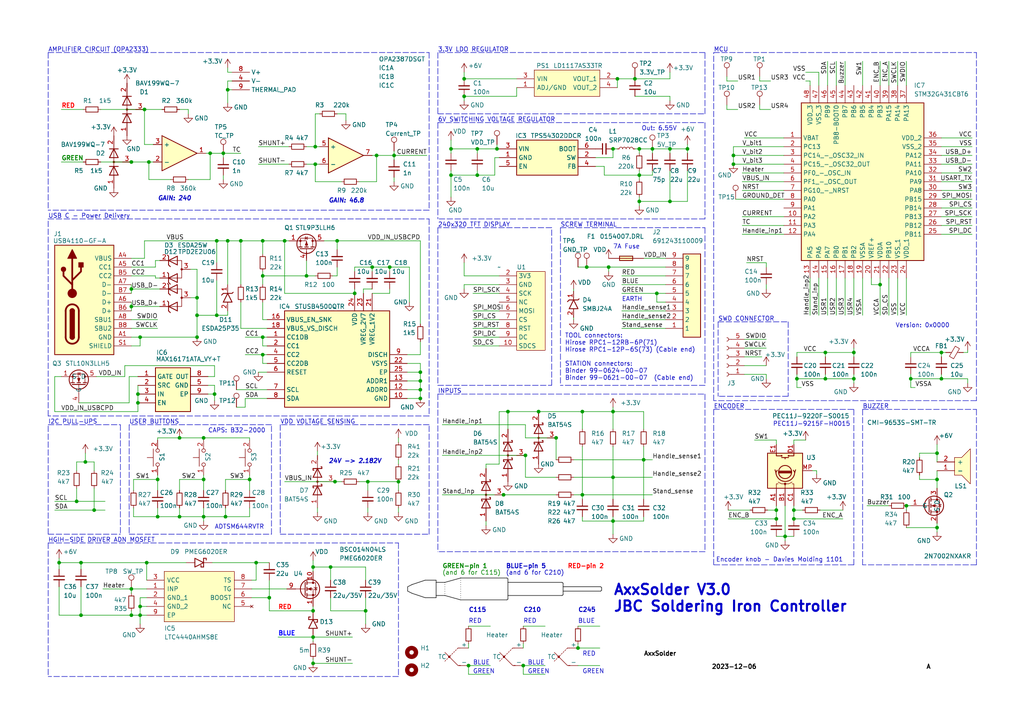
<source format=kicad_sch>
(kicad_sch (version 20230121) (generator eeschema)
  (paper "A4")
  (junction (at 152.4 132.08))
  (junction (at 271.78 153.035))
  (junction (at 40.005 116.84))
  (junction (at 225.171 150.495))
  (junction (at 239.395 109.855))
  (junction (at 41.91 31.75))
  (junction (at 264.16 109.855))
  (junction (at 23.495 163.195))
  (junction (at 212.725 47.625))
  (junction (at 230.251 147.955))
  (junction (at 273.05 102.235))
  (junction (at 231.14 109.855))
  (junction (at 177.8 119.38))
  (junction (at 59.055 149.86))
  (junction (at 225.171 147.955))
  (junction (at 106.68 139.7))
  (junction (at 194.31 58.42))
  (junction (at 146.05 143.51))
  (junction (at 90.805 164.465))
  (junction (at 189.23 43.18))
  (junction (at 65.405 149.86))
  (junction (at 138.43 43.18))
  (junction (at 76.2 69.85))
  (junction (at 194.31 43.18))
  (junction (at 45.72 149.86))
  (junction (at 130.81 43.18))
  (junction (at 90.805 177.165))
  (junction (at 247.65 109.855))
  (junction (at 45.72 139.065))
  (junction (at 190.5 85.09))
  (junction (at 170.18 77.47))
  (junction (at 60.96 44.45))
  (junction (at 227.711 155.575))
  (junction (at 179.07 22.86))
  (junction (at 66.04 26.035))
  (junction (at 57.15 91.44))
  (junction (at 52.07 149.86))
  (junction (at 107.95 77.47))
  (junction (at 255.27 82.55))
  (junction (at 38.1 170.815))
  (junction (at 27.305 147.955))
  (junction (at 144.145 43.18))
  (junction (at 22.225 145.415))
  (junction (at 38.1 83.82))
  (junction (at 114.3 45.085))
  (junction (at 247.65 102.235))
  (junction (at 271.78 139.065))
  (junction (at 176.53 77.47))
  (junction (at 38.1 178.435))
  (junction (at 42.545 163.195))
  (junction (at 76.2 102.87))
  (junction (at 230.251 150.495))
  (junction (at 109.22 45.085))
  (junction (at 239.395 102.235))
  (junction (at 40.64 178.435))
  (junction (at 17.145 163.195))
  (junction (at 156.21 119.38))
  (junction (at 177.8 138.43))
  (junction (at 177.8 43.18))
  (junction (at 271.78 131.445))
  (junction (at 199.39 43.18))
  (junction (at 161.29 127))
  (junction (at 62.865 91.44))
  (junction (at 66.04 69.85))
  (junction (at 115.57 139.7))
  (junction (at 43.18 46.99))
  (junction (at 106.045 177.165))
  (junction (at 76.2 80.01))
  (junction (at 62.865 69.85))
  (junction (at 40.005 114.3))
  (junction (at 72.39 139.065))
  (junction (at 273.05 109.855))
  (junction (at 88.9 80.01))
  (junction (at 168.91 119.38))
  (junction (at 102.87 85.09))
  (junction (at 59.055 127))
  (junction (at 82.55 69.85))
  (junction (at 78.105 173.355))
  (junction (at 113.03 77.47))
  (junction (at 90.805 184.785))
  (junction (at 121.92 115.57))
  (junction (at 168.91 143.51))
  (junction (at 23.495 178.435))
  (junction (at 24.765 133.985))
  (junction (at 121.92 110.49))
  (junction (at 40.64 175.895))
  (junction (at 134.62 22.86))
  (junction (at 76.2 97.79))
  (junction (at 138.43 50.8))
  (junction (at 91.44 42.545))
  (junction (at 62.23 114.3))
  (junction (at 74.295 163.195))
  (junction (at 185.42 58.42))
  (junction (at 95.885 164.465))
  (junction (at 57.15 97.79))
  (junction (at 64.77 44.45))
  (junction (at 185.42 50.8))
  (junction (at 147.32 119.38))
  (junction (at 177.8 151.13))
  (junction (at 121.92 113.03))
  (junction (at 167.64 187.96))
  (junction (at 38.1 88.9))
  (junction (at 135.89 193.04))
  (junction (at 52.07 127))
  (junction (at 212.725 45.085))
  (junction (at 57.15 86.36))
  (junction (at 185.42 43.18))
  (junction (at 121.92 107.95))
  (junction (at 91.44 47.625))
  (junction (at 151.765 193.04))
  (junction (at 97.155 139.7))
  (junction (at 262.89 146.685))
  (junction (at 90.805 192.405))
  (junction (at 38.1 46.99))
  (junction (at 69.85 69.85))
  (junction (at 134.62 27.94))
  (junction (at 184.15 22.86))
  (junction (at 59.055 139.065))
  (junction (at 186.69 133.35))
  (junction (at 97.79 69.85))
  (junction (at 40.64 97.79))
  (junction (at 130.81 50.8))
  (wire (pts (xy 215.265 50.165) (xy 227.33 50.165)))
  (polyline (pts (xy 228.6 93.345) (xy 228.6 114.935)) (stroke (width 0) (type dash)))
  (wire (pts (xy 175.26 50.8) (xy 185.42 50.8)))
  (polyline (pts (xy 250.19 118.745) (xy 283.21 118.745)) (stroke (width 0) (type dash)))
  (wire (pts (xy 17.145 161.925) (xy 17.145 163.195)))
  (wire (pts (xy 247.65 80.645) (xy 247.65 91.44)))
  (wire (pts (xy 130.81 43.18) (xy 138.43 43.18)))
  (wire (pts (xy 242.57 17.78) (xy 242.57 24.765)))
  (wire (pts (xy 168.91 119.38) (xy 177.8 119.38)))
  (wire (pts (xy 74.295 163.195) (xy 78.105 163.195)))
  (wire (pts (xy 95.885 173.355) (xy 95.885 177.165)))
  (polyline (pts (xy 13.97 157.48) (xy 115.57 157.48)) (stroke (width 0) (type dash)))
  (wire (pts (xy 96.52 80.01) (xy 97.79 80.01)))
  (wire (pts (xy 266.7 137.795) (xy 266.7 139.065)))
  (wire (pts (xy 15.875 109.22) (xy 17.78 109.22)))
  (wire (pts (xy 152.4 138.43) (xy 152.4 132.08)))
  (wire (pts (xy 73.025 170.815) (xy 83.185 170.815)))
  (wire (pts (xy 106.045 177.165) (xy 106.045 180.975)))
  (wire (pts (xy 42.545 178.435) (xy 40.64 178.435)))
  (wire (pts (xy 92.075 147.32) (xy 92.075 148.59)))
  (wire (pts (xy 147.32 172.72) (xy 163.068 172.72)) (stroke (width 0) (color 0 0 0 1)))
  (wire (pts (xy 66.04 26.035) (xy 66.04 29.845)))
  (wire (pts (xy 55.245 86.36) (xy 57.15 86.36)))
  (wire (pts (xy 115.57 139.7) (xy 115.57 142.24)))
  (wire (pts (xy 134.62 82.55) (xy 134.62 83.82)))
  (wire (pts (xy 194.31 29.21) (xy 194.31 27.94)))
  (wire (pts (xy 17.145 178.435) (xy 17.145 170.18)))
  (wire (pts (xy 247.65 108.585) (xy 247.65 109.855)))
  (wire (pts (xy 225.171 147.955) (xy 222.631 147.955)))
  (wire (pts (xy 121.92 110.49) (xy 121.92 113.03)))
  (wire (pts (xy 174.244 170.18) (xy 174.498 170.434)) (stroke (width 0) (color 0 0 0 1)))
  (wire (pts (xy 137.16 95.25) (xy 144.78 95.25)))
  (wire (pts (xy 114.3 52.705) (xy 114.3 51.435)))
  (wire (pts (xy 212.725 42.545) (xy 227.33 42.545)))
  (wire (pts (xy 180.34 90.17) (xy 193.04 90.17)))
  (wire (pts (xy 17.145 163.195) (xy 17.145 165.1)))
  (wire (pts (xy 230.251 150.495) (xy 230.251 147.955)))
  (wire (pts (xy 222.25 100.965) (xy 215.9 100.965)))
  (wire (pts (xy 97.79 80.01) (xy 97.79 77.47)))
  (wire (pts (xy 123.317 173.355) (xy 126.492 173.355)) (stroke (width 0) (color 0 0 0 1)))
  (wire (pts (xy 60.96 44.45) (xy 64.77 44.45)))
  (wire (pts (xy 222.25 83.82) (xy 222.25 82.55)))
  (wire (pts (xy 143.51 45.72) (xy 144.78 45.72)))
  (wire (pts (xy 23.495 163.195) (xy 42.545 163.195)))
  (wire (pts (xy 118.11 105.41) (xy 121.92 105.41)))
  (wire (pts (xy 92.075 130.81) (xy 92.075 132.08)))
  (polyline (pts (xy 160.02 111.76) (xy 160.02 66.04)) (stroke (width 0) (type dash)))
  (wire (pts (xy 230.251 146.685) (xy 230.251 147.955)))
  (wire (pts (xy 167.64 187.96) (xy 167.64 186.69)))
  (wire (pts (xy 163.322 171.45) (xy 174.244 171.45)) (stroke (width 0) (color 0 0 0 1)))
  (wire (pts (xy 215.265 52.705) (xy 227.33 52.705)))
  (wire (pts (xy 115.57 133.35) (xy 115.57 134.62)))
  (wire (pts (xy 104.14 139.7) (xy 106.68 139.7)))
  (wire (pts (xy 62.23 109.22) (xy 60.325 109.22)))
  (wire (pts (xy 130.81 49.53) (xy 130.81 50.8)))
  (wire (pts (xy 41.91 31.75) (xy 46.99 31.75)))
  (wire (pts (xy 134.62 80.01) (xy 144.78 80.01)))
  (wire (pts (xy 62.865 91.44) (xy 66.04 91.44)))
  (wire (pts (xy 22.225 145.415) (xy 30.48 145.415)))
  (wire (pts (xy 237.49 20.955) (xy 233.68 20.955)))
  (wire (pts (xy 273.05 45.085) (xy 281.94 45.085)))
  (wire (pts (xy 180.34 95.25) (xy 193.04 95.25)))
  (wire (pts (xy 78.105 168.275) (xy 78.105 173.355)))
  (wire (pts (xy 194.31 43.18) (xy 199.39 43.18)))
  (wire (pts (xy 106.045 168.275) (xy 106.045 164.465)))
  (wire (pts (xy 271.78 151.765) (xy 271.78 153.035)))
  (wire (pts (xy 76.2 92.71) (xy 77.47 92.71)))
  (polyline (pts (xy 124.46 123.19) (xy 81.28 123.19)) (stroke (width 0) (type dash)))
  (wire (pts (xy 77.47 97.79) (xy 76.2 97.79)))
  (polyline (pts (xy 127 35.56) (xy 127 63.5)) (stroke (width 0) (type dash)))
  (wire (pts (xy 273.05 109.855) (xy 280.67 109.855)))
  (wire (pts (xy 142.24 181.61) (xy 135.89 181.61)))
  (wire (pts (xy 107.95 77.47) (xy 107.95 78.74)))
  (polyline (pts (xy 207.01 163.83) (xy 207.01 118.745)) (stroke (width 0) (type dash)))
  (polyline (pts (xy 37.465 123.19) (xy 37.465 154.94)) (stroke (width 0) (type dash)))
  (wire (pts (xy 133.604 167.64) (xy 133.604 173.99)) (stroke (width 0) (type dot) (color 0 0 0 1)))
  (wire (pts (xy 185.42 59.69) (xy 185.42 58.42)))
  (wire (pts (xy 163.322 170.18) (xy 174.244 170.18)) (stroke (width 0) (color 0 0 0 1)))
  (wire (pts (xy 220.345 30.48) (xy 220.345 31.75)))
  (wire (pts (xy 179.07 22.86) (xy 184.15 22.86)))
  (wire (pts (xy 38.1 92.71) (xy 45.72 92.71)))
  (wire (pts (xy 231.14 112.395) (xy 231.14 109.855)))
  (wire (pts (xy 40.005 111.76) (xy 40.005 114.3)))
  (wire (pts (xy 57.15 91.44) (xy 57.15 86.36)))
  (wire (pts (xy 45.72 147.32) (xy 45.72 149.86)))
  (wire (pts (xy 52.07 149.86) (xy 59.055 149.86)))
  (wire (pts (xy 194.31 44.45) (xy 194.31 43.18)))
  (wire (pts (xy 211.201 150.495) (xy 225.171 150.495)))
  (wire (pts (xy 64.77 50.8) (xy 64.77 52.07)))
  (wire (pts (xy 273.05 109.855) (xy 273.05 108.585)))
  (wire (pts (xy 179.07 22.86) (xy 179.07 25.4)))
  (polyline (pts (xy 13.97 15.24) (xy 124.46 15.24)) (stroke (width 0) (type dash)))
  (wire (pts (xy 74.93 47.625) (xy 83.82 47.625)))
  (wire (pts (xy 177.8 119.38) (xy 177.8 124.46)))
  (wire (pts (xy 72.39 147.32) (xy 72.39 149.86)))
  (wire (pts (xy 255.27 17.78) (xy 255.27 24.765)))
  (wire (pts (xy 168.91 119.38) (xy 168.91 124.46)))
  (wire (pts (xy 57.15 78.105) (xy 55.245 78.105)))
  (wire (pts (xy 126.492 168.275) (xy 123.317 168.275)) (stroke (width 0) (color 0 0 0 1)))
  (wire (pts (xy 151.765 193.04) (xy 158.115 193.04)))
  (polyline (pts (xy 78.74 123.19) (xy 37.465 123.19)) (stroke (width 0) (type dash)))
  (wire (pts (xy 271.78 128.905) (xy 271.78 131.445)))
  (wire (pts (xy 38.1 77.47) (xy 45.085 77.47)))
  (wire (pts (xy 52.07 139.065) (xy 52.07 142.24)))
  (wire (pts (xy 273.05 102.235) (xy 274.32 102.235)))
  (wire (pts (xy 147.066 167.64) (xy 147.32 167.894)) (stroke (width 0) (color 0 0 0 1)))
  (wire (pts (xy 88.9 80.01) (xy 91.44 80.01)))
  (wire (pts (xy 66.04 23.495) (xy 67.31 23.495)))
  (wire (pts (xy 273.05 57.785) (xy 281.94 57.785)))
  (wire (pts (xy 107.95 45.085) (xy 109.22 45.085)))
  (wire (pts (xy 227.711 155.575) (xy 227.711 156.845)))
  (wire (pts (xy 45.085 80.645) (xy 46.355 80.645)))
  (wire (pts (xy 59.055 127) (xy 72.39 127)))
  (wire (pts (xy 40.005 116.84) (xy 40.005 119.38)))
  (polyline (pts (xy 124.46 63.5) (xy 124.46 120.65)) (stroke (width 0) (type dash)))
  (wire (pts (xy 138.43 49.53) (xy 138.43 50.8)))
  (wire (pts (xy 90.805 162.56) (xy 90.805 164.465)))
  (wire (pts (xy 186.69 119.38) (xy 177.8 119.38)))
  (wire (pts (xy 57.15 91.44) (xy 62.865 91.44)))
  (wire (pts (xy 97.79 69.85) (xy 97.79 72.39)))
  (wire (pts (xy 126.492 172.72) (xy 129.032 172.72)) (stroke (width 0) (color 0 0 0 1)))
  (wire (pts (xy 177.8 118.11) (xy 177.8 119.38)))
  (wire (pts (xy 76.2 102.87) (xy 76.2 105.41)))
  (wire (pts (xy 62.23 109.22) (xy 62.23 106.045)))
  (polyline (pts (xy 162.56 66.04) (xy 162.56 111.76)) (stroke (width 0) (type dash)))
  (polyline (pts (xy 124.46 15.24) (xy 124.46 60.96)) (stroke (width 0) (type dash)))
  (wire (pts (xy 24.765 131.445) (xy 24.765 133.985)))
  (wire (pts (xy 138.43 43.18) (xy 144.145 43.18)))
  (wire (pts (xy 158.115 195.58) (xy 151.765 195.58)))
  (wire (pts (xy 45.085 77.47) (xy 45.085 75.565)))
  (wire (pts (xy 107.95 83.82) (xy 105.41 83.82)))
  (wire (pts (xy 27.305 133.985) (xy 24.765 133.985)))
  (wire (pts (xy 42.545 175.895) (xy 40.64 175.895)))
  (wire (pts (xy 242.57 80.645) (xy 242.57 91.44)))
  (polyline (pts (xy 81.28 123.19) (xy 81.28 154.94)) (stroke (width 0) (type dash)))
  (wire (pts (xy 45.72 127.635) (xy 45.72 127)))
  (wire (pts (xy 72.39 139.065) (xy 65.405 139.065)))
  (wire (pts (xy 42.545 168.275) (xy 42.545 163.195)))
  (wire (pts (xy 105.41 83.82) (xy 105.41 85.09)))
  (wire (pts (xy 180.34 92.71) (xy 193.04 92.71)))
  (polyline (pts (xy 228.6 114.935) (xy 208.28 114.935)) (stroke (width 0) (type dash)))
  (wire (pts (xy 73.025 173.355) (xy 78.105 173.355)))
  (polyline (pts (xy 34.925 123.19) (xy 34.925 154.94)) (stroke (width 0) (type dash)))
  (wire (pts (xy 215.9 40.005) (xy 227.33 40.005)))
  (polyline (pts (xy 13.97 123.19) (xy 34.925 123.19)) (stroke (width 0) (type dash)))
  (polyline (pts (xy 247.65 118.745) (xy 247.65 163.83)) (stroke (width 0) (type dash)))
  (wire (pts (xy 271.78 153.035) (xy 271.78 154.305)))
  (wire (pts (xy 38.735 147.32) (xy 38.735 149.86)))
  (wire (pts (xy 62.23 111.76) (xy 60.325 111.76)))
  (wire (pts (xy 45.72 137.795) (xy 45.72 139.065)))
  (wire (pts (xy 121.92 107.95) (xy 121.92 110.49)))
  (wire (pts (xy 90.805 175.895) (xy 90.805 177.165)))
  (wire (pts (xy 22.225 133.985) (xy 22.225 136.525)))
  (wire (pts (xy 57.15 86.36) (xy 57.15 78.105)))
  (wire (pts (xy 264.16 108.585) (xy 264.16 109.855)))
  (wire (pts (xy 92.71 33.02) (xy 91.44 33.02)))
  (wire (pts (xy 114.3 43.815) (xy 114.3 45.085)))
  (wire (pts (xy 143.51 50.8) (xy 143.51 45.72)))
  (wire (pts (xy 262.89 146.685) (xy 262.89 147.955)))
  (wire (pts (xy 118.745 77.47) (xy 113.03 77.47)))
  (wire (pts (xy 73.025 168.275) (xy 74.295 168.275)))
  (wire (pts (xy 40.64 97.79) (xy 40.64 100.33)))
  (wire (pts (xy 24.765 133.985) (xy 22.225 133.985)))
  (wire (pts (xy 189.23 43.18) (xy 194.31 43.18)))
  (wire (pts (xy 262.89 153.035) (xy 271.78 153.035)))
  (wire (pts (xy 130.81 57.15) (xy 130.81 50.8)))
  (wire (pts (xy 149.86 27.94) (xy 149.86 25.4)))
  (wire (pts (xy 280.67 101.6) (xy 280.67 102.235)))
  (wire (pts (xy 194.31 58.42) (xy 199.39 58.42)))
  (wire (pts (xy 65.405 139.065) (xy 65.405 142.24)))
  (polyline (pts (xy 247.65 163.83) (xy 207.01 163.83)) (stroke (width 0) (type dash)))
  (polyline (pts (xy 127 33.02) (xy 204.47 33.02)) (stroke (width 0) (type dash)))
  (wire (pts (xy 43.18 46.99) (xy 43.18 52.07)))
  (wire (pts (xy 271.78 139.065) (xy 271.78 141.605)))
  (wire (pts (xy 107.95 85.09) (xy 113.03 85.09)))
  (wire (pts (xy 119.507 172.085) (xy 123.317 173.355)) (stroke (width 0) (color 0 0 0 1)))
  (wire (pts (xy 52.07 147.32) (xy 52.07 149.86)))
  (wire (pts (xy 266.7 139.065) (xy 271.78 139.065)))
  (wire (pts (xy 61.595 163.195) (xy 74.295 163.195)))
  (wire (pts (xy 69.85 87.63) (xy 69.85 95.25)))
  (polyline (pts (xy 283.21 163.83) (xy 250.19 163.83)) (stroke (width 0) (type dash)))
  (wire (pts (xy 60.96 44.45) (xy 60.96 52.07)))
  (wire (pts (xy 279.4 102.235) (xy 280.67 102.235)))
  (wire (pts (xy 223.52 23.495) (xy 220.345 23.495)))
  (wire (pts (xy 135.89 193.04) (xy 142.24 193.04)))
  (wire (pts (xy 185.42 50.8) (xy 185.42 49.53)))
  (wire (pts (xy 234.95 91.44) (xy 234.95 80.645)))
  (wire (pts (xy 23.495 178.435) (xy 23.495 170.18)))
  (wire (pts (xy 76.2 97.79) (xy 76.2 100.33)))
  (wire (pts (xy 100.33 34.925) (xy 100.33 33.02)))
  (wire (pts (xy 76.2 69.85) (xy 82.55 69.85)))
  (wire (pts (xy 72.39 127.635) (xy 72.39 127)))
  (polyline (pts (xy 124.46 60.96) (xy 13.97 60.96)) (stroke (width 0) (type dash)))
  (wire (pts (xy 38.1 83.82) (xy 46.355 83.82)))
  (wire (pts (xy 168.91 143.51) (xy 168.91 144.78)))
  (wire (pts (xy 66.04 26.035) (xy 67.31 26.035)))
  (wire (pts (xy 245.11 17.78) (xy 245.11 24.765)))
  (polyline (pts (xy 160.02 66.04) (xy 127 66.04)) (stroke (width 0) (type dash)))
  (wire (pts (xy 45.72 127) (xy 52.07 127)))
  (wire (pts (xy 130.81 50.8) (xy 138.43 50.8)))
  (wire (pts (xy 115.57 127) (xy 115.57 128.27)))
  (wire (pts (xy 213.995 31.75) (xy 210.82 31.75)))
  (wire (pts (xy 118.11 107.95) (xy 121.92 107.95)))
  (wire (pts (xy 247.65 102.235) (xy 247.65 103.505)))
  (wire (pts (xy 57.15 91.44) (xy 57.15 97.79)))
  (wire (pts (xy 88.9 47.625) (xy 91.44 47.625)))
  (wire (pts (xy 185.42 43.18) (xy 189.23 43.18)))
  (wire (pts (xy 121.92 113.03) (xy 121.92 115.57)))
  (polyline (pts (xy 204.47 66.04) (xy 204.47 111.76)) (stroke (width 0) (type dash)))
  (polyline (pts (xy 115.57 157.48) (xy 115.57 196.215)) (stroke (width 0) (type dash)))
  (wire (pts (xy 175.26 48.26) (xy 172.72 48.26)))
  (wire (pts (xy 185.42 52.07) (xy 185.42 50.8)))
  (wire (pts (xy 264.16 109.855) (xy 273.05 109.855)))
  (wire (pts (xy 180.34 80.01) (xy 193.04 80.01)))
  (wire (pts (xy 45.085 80.01) (xy 38.1 80.01)))
  (wire (pts (xy 215.9 108.585) (xy 222.25 108.585)))
  (wire (pts (xy 230.251 150.495) (xy 244.475 150.495)))
  (wire (pts (xy 186.69 149.86) (xy 186.69 151.13)))
  (wire (pts (xy 237.49 80.645) (xy 237.49 91.44)))
  (wire (pts (xy 177.8 43.18) (xy 177.8 45.72)))
  (wire (pts (xy 22.86 116.84) (xy 37.465 116.84)))
  (wire (pts (xy 133.604 167.64) (xy 147.066 167.64)) (stroke (width 0) (color 0 0 0 1)))
  (wire (pts (xy 168.91 151.13) (xy 177.8 151.13)))
  (wire (pts (xy 15.875 119.38) (xy 15.875 109.22)))
  (wire (pts (xy 273.05 67.945) (xy 281.94 67.945)))
  (wire (pts (xy 27.305 147.955) (xy 30.48 147.955)))
  (wire (pts (xy 234.95 23.495) (xy 233.68 23.495)))
  (polyline (pts (xy 127 111.76) (xy 160.02 111.76)) (stroke (width 0) (type dash)))
  (wire (pts (xy 77.47 102.87) (xy 76.2 102.87)))
  (polyline (pts (xy 13.97 120.65) (xy 13.97 63.5)) (stroke (width 0) (type dash)))
  (wire (pts (xy 129.032 172.72) (xy 133.604 173.99)) (stroke (width 0) (color 0 0 0 1)))
  (wire (pts (xy 38.1 178.435) (xy 40.64 178.435)))
  (wire (pts (xy 177.8 43.18) (xy 179.07 43.18)))
  (wire (pts (xy 245.11 80.645) (xy 245.11 91.44)))
  (wire (pts (xy 273.05 47.625) (xy 281.94 47.625)))
  (wire (pts (xy 118.237 171.45) (xy 119.507 172.085)) (stroke (width 0) (color 0 0 0 1)))
  (wire (pts (xy 147.32 168.91) (xy 163.068 168.91)) (stroke (width 0) (color 0 0 0 1)))
  (wire (pts (xy 167.64 187.96) (xy 173.99 187.96)))
  (wire (pts (xy 102.87 78.74) (xy 102.87 77.47)))
  (wire (pts (xy 121.92 105.41) (xy 121.92 107.95)))
  (wire (pts (xy 36.195 109.22) (xy 27.94 109.22)))
  (wire (pts (xy 38.1 97.79) (xy 40.64 97.79)))
  (wire (pts (xy 194.31 49.53) (xy 194.31 58.42)))
  (wire (pts (xy 236.855 136.525) (xy 236.855 137.541)))
  (wire (pts (xy 151.765 186.69) (xy 151.765 187.96)))
  (wire (pts (xy 247.65 100.965) (xy 247.65 102.235)))
  (wire (pts (xy 38.1 95.25) (xy 45.72 95.25)))
  (wire (pts (xy 118.11 110.49) (xy 121.92 110.49)))
  (wire (pts (xy 74.295 168.275) (xy 74.295 163.195)))
  (polyline (pts (xy 204.47 160.02) (xy 127 160.02)) (stroke (width 0) (type dash)))
  (wire (pts (xy 71.12 115.57) (xy 77.47 115.57)))
  (wire (pts (xy 41.91 31.75) (xy 41.91 41.91)))
  (wire (pts (xy 163.322 169.164) (xy 163.322 172.466)) (stroke (width 0) (color 0 0 0 1)))
  (wire (pts (xy 82.55 85.09) (xy 102.87 85.09)))
  (wire (pts (xy 113.03 78.74) (xy 113.03 77.47)))
  (wire (pts (xy 223.52 31.75) (xy 220.345 31.75)))
  (wire (pts (xy 262.89 24.765) (xy 262.89 17.78)))
  (wire (pts (xy 38.1 177.165) (xy 38.1 178.435)))
  (wire (pts (xy 185.42 50.8) (xy 189.23 50.8)))
  (wire (pts (xy 23.495 178.435) (xy 38.1 178.435)))
  (wire (pts (xy 52.07 127) (xy 59.055 127)))
  (wire (pts (xy 45.72 149.86) (xy 52.07 149.86)))
  (polyline (pts (xy 124.46 120.65) (xy 13.97 120.65)) (stroke (width 0) (type dash)))
  (wire (pts (xy 106.68 139.7) (xy 106.68 142.24)))
  (wire (pts (xy 54.61 33.02) (xy 54.61 31.75)))
  (wire (pts (xy 62.23 106.045) (xy 36.195 106.045)))
  (wire (pts (xy 65.405 149.86) (xy 72.39 149.86)))
  (wire (pts (xy 40.64 175.895) (xy 40.64 178.435)))
  (wire (pts (xy 118.11 113.03) (xy 121.92 113.03)))
  (wire (pts (xy 227.711 146.685) (xy 227.711 155.575)))
  (wire (pts (xy 184.15 22.225) (xy 184.15 22.86)))
  (wire (pts (xy 93.98 69.85) (xy 97.79 69.85)))
  (polyline (pts (xy 13.97 154.94) (xy 34.925 154.94)) (stroke (width 0) (type dash)))
  (wire (pts (xy 60.96 52.07) (xy 54.61 52.07)))
  (wire (pts (xy 62.23 116.205) (xy 62.23 114.3)))
  (wire (pts (xy 193.04 87.63) (xy 190.5 87.63)))
  (wire (pts (xy 252.73 82.55) (xy 255.27 82.55)))
  (wire (pts (xy 190.5 87.63) (xy 190.5 85.09)))
  (wire (pts (xy 40.64 100.33) (xy 38.1 100.33)))
  (wire (pts (xy 69.85 69.85) (xy 69.85 82.55)))
  (wire (pts (xy 189.23 50.8) (xy 189.23 49.53)))
  (wire (pts (xy 255.27 80.645) (xy 255.27 82.55)))
  (wire (pts (xy 250.19 17.78) (xy 250.19 24.765)))
  (wire (pts (xy 212.725 42.545) (xy 212.725 45.085)))
  (wire (pts (xy 38.1 170.815) (xy 38.1 172.085)))
  (wire (pts (xy 107.95 77.47) (xy 113.03 77.47)))
  (wire (pts (xy 121.92 102.87) (xy 118.11 102.87)))
  (polyline (pts (xy 204.47 63.5) (xy 127 63.5)) (stroke (width 0) (type dash)))
  (wire (pts (xy 176.53 78.74) (xy 176.53 77.47)))
  (wire (pts (xy 227.711 155.575) (xy 230.251 155.575)))
  (wire (pts (xy 186.69 133.35) (xy 189.23 133.35)))
  (wire (pts (xy 66.04 23.495) (xy 66.04 26.035)))
  (wire (pts (xy 146.05 143.51) (xy 161.29 143.51)))
  (wire (pts (xy 273.05 52.705) (xy 281.94 52.705)))
  (wire (pts (xy 106.045 177.165) (xy 106.045 173.355)))
  (polyline (pts (xy 283.21 116.205) (xy 207.01 116.205)) (stroke (width 0) (type dash)))
  (wire (pts (xy 45.085 80.645) (xy 45.085 80.01)))
  (wire (pts (xy 177.8 151.13) (xy 177.8 154.94)))
  (polyline (pts (xy 127 114.3) (xy 127 160.02)) (stroke (width 0) (type dash)))
  (wire (pts (xy 152.4 138.43) (xy 161.29 138.43)))
  (wire (pts (xy 76.2 80.01) (xy 76.2 82.55)))
  (wire (pts (xy 76.2 78.74) (xy 76.2 80.01)))
  (wire (pts (xy 38.735 149.86) (xy 45.72 149.86)))
  (wire (pts (xy 266.7 131.445) (xy 266.7 132.715)))
  (wire (pts (xy 177.8 138.43) (xy 177.8 144.78)))
  (wire (pts (xy 184.15 22.86) (xy 194.31 22.86)))
  (wire (pts (xy 175.26 50.8) (xy 175.26 48.26)))
  (wire (pts (xy 152.4 127) (xy 161.29 127)))
  (wire (pts (xy 130.81 40.64) (xy 130.81 43.18)))
  (wire (pts (xy 273.05 60.325) (xy 281.94 60.325)))
  (wire (pts (xy 71.12 102.87) (xy 76.2 102.87)))
  (wire (pts (xy 233.68 127.635) (xy 230.251 127.635)))
  (wire (pts (xy 225.171 146.685) (xy 225.171 147.955)))
  (wire (pts (xy 138.43 43.18) (xy 138.43 44.45)))
  (wire (pts (xy 130.81 43.18) (xy 130.81 44.45)))
  (wire (pts (xy 199.39 41.91) (xy 199.39 43.18)))
  (wire (pts (xy 184.15 43.18) (xy 185.42 43.18)))
  (wire (pts (xy 216.535 76.2) (xy 222.25 76.2)))
  (wire (pts (xy 168.91 129.54) (xy 168.91 143.51)))
  (wire (pts (xy 239.395 102.235) (xy 239.395 103.505)))
  (polyline (pts (xy 78.74 154.94) (xy 78.74 123.19)) (stroke (width 0) (type dash)))
  (wire (pts (xy 166.37 138.43) (xy 177.8 138.43)))
  (wire (pts (xy 76.2 87.63) (xy 76.2 92.71)))
  (wire (pts (xy 158.115 181.61) (xy 151.765 181.61)))
  (wire (pts (xy 177.8 149.86) (xy 177.8 151.13)))
  (wire (pts (xy 140.97 134.62) (xy 140.97 135.89)))
  (wire (pts (xy 64.77 44.45) (xy 69.85 44.45)))
  (wire (pts (xy 273.05 62.865) (xy 281.94 62.865)))
  (wire (pts (xy 38.1 88.9) (xy 38.1 90.17)))
  (wire (pts (xy 97.79 69.85) (xy 121.92 69.85)))
  (wire (pts (xy 166.37 143.51) (xy 168.91 143.51)))
  (wire (pts (xy 271.78 136.525) (xy 271.78 139.065)))
  (polyline (pts (xy 283.21 110.49) (xy 283.21 116.205)) (stroke (width 0) (type dash)))
  (wire (pts (xy 134.62 22.86) (xy 149.86 22.86)))
  (wire (pts (xy 40.64 173.355) (xy 40.64 175.895)))
  (wire (pts (xy 142.24 195.58) (xy 135.89 195.58)))
  (wire (pts (xy 163.322 172.466) (xy 163.068 172.72)) (stroke (width 0) (color 0 0 0 1)))
  (wire (pts (xy 95.885 177.165) (xy 106.045 177.165)))
  (wire (pts (xy 97.155 139.7) (xy 99.06 139.7)))
  (polyline (pts (xy 127 114.3) (xy 204.47 114.3)) (stroke (width 0) (type dash)))
  (wire (pts (xy 144.78 119.38) (xy 147.32 119.38)))
  (wire (pts (xy 80.645 184.785) (xy 90.805 184.785)))
  (wire (pts (xy 109.22 52.705) (xy 109.22 45.085)))
  (polyline (pts (xy 208.28 93.345) (xy 208.28 114.935)) (stroke (width 0) (type dash)))
  (wire (pts (xy 239.395 109.855) (xy 247.65 109.855)))
  (wire (pts (xy 240.03 17.78) (xy 240.03 24.765)))
  (wire (pts (xy 137.16 90.17) (xy 144.78 90.17)))
  (wire (pts (xy 38.735 139.065) (xy 38.735 142.24)))
  (wire (pts (xy 72.39 137.795) (xy 72.39 139.065)))
  (wire (pts (xy 230.251 127.635) (xy 230.251 128.905)))
  (wire (pts (xy 62.865 81.28) (xy 62.865 91.44)))
  (polyline (pts (xy 124.46 154.94) (xy 124.46 123.19)) (stroke (width 0) (type dash)))
  (wire (pts (xy 280.67 111.125) (xy 280.67 109.855)))
  (wire (pts (xy 147.32 119.38) (xy 156.21 119.38)))
  (wire (pts (xy 114.3 45.085) (xy 123.825 45.085)))
  (wire (pts (xy 43.18 52.07) (xy 49.53 52.07)))
  (wire (pts (xy 38.1 83.82) (xy 38.1 85.09)))
  (polyline (pts (xy 13.97 154.94) (xy 13.97 123.19)) (stroke (width 0) (type dash)))
  (wire (pts (xy 52.07 31.75) (xy 54.61 31.75)))
  (wire (pts (xy 166.37 83.82) (xy 166.37 84.455)))
  (wire (pts (xy 215.265 67.945) (xy 227.33 67.945)))
  (wire (pts (xy 15.875 147.955) (xy 27.305 147.955)))
  (wire (pts (xy 40.64 178.435) (xy 40.64 180.975)))
  (wire (pts (xy 29.21 31.75) (xy 41.91 31.75)))
  (wire (pts (xy 45.72 139.065) (xy 45.72 142.24)))
  (wire (pts (xy 38.1 46.99) (xy 43.18 46.99)))
  (wire (pts (xy 76.2 80.01) (xy 88.9 80.01)))
  (wire (pts (xy 234.95 24.765) (xy 234.95 23.495)))
  (wire (pts (xy 71.12 97.79) (xy 76.2 97.79)))
  (wire (pts (xy 273.05 102.235) (xy 273.05 103.505)))
  (wire (pts (xy 173.99 181.61) (xy 167.64 181.61)))
  (wire (pts (xy 180.34 82.55) (xy 193.04 82.55)))
  (wire (pts (xy 76.2 100.33) (xy 77.47 100.33)))
  (wire (pts (xy 41.91 74.93) (xy 41.91 69.85)))
  (wire (pts (xy 273.05 42.545) (xy 281.94 42.545)))
  (wire (pts (xy 41.91 69.85) (xy 62.865 69.85)))
  (wire (pts (xy 250.19 80.645) (xy 250.19 91.44)))
  (wire (pts (xy 62.865 69.85) (xy 62.865 76.2)))
  (polyline (pts (xy 127 66.04) (xy 127 111.76)) (stroke (width 0) (type dash)))
  (wire (pts (xy 118.745 87.63) (xy 118.745 77.47)))
  (wire (pts (xy 99.06 52.705) (xy 91.44 52.705)))
  (wire (pts (xy 237.871 147.955) (xy 244.475 147.955)))
  (wire (pts (xy 237.49 24.765) (xy 237.49 20.955)))
  (wire (pts (xy 15.875 119.38) (xy 40.005 119.38)))
  (wire (pts (xy 95.885 164.465) (xy 106.045 164.465)))
  (wire (pts (xy 225.171 150.495) (xy 225.171 147.955)))
  (wire (pts (xy 161.29 127) (xy 161.29 133.35)))
  (wire (pts (xy 189.23 44.45) (xy 189.23 43.18)))
  (wire (pts (xy 113.03 83.82) (xy 113.03 85.09)))
  (wire (pts (xy 222.25 109.855) (xy 222.25 108.585)))
  (wire (pts (xy 59.055 149.86) (xy 65.405 149.86)))
  (wire (pts (xy 62.865 69.85) (xy 66.04 69.85)))
  (wire (pts (xy 17.78 31.75) (xy 24.13 31.75)))
  (wire (pts (xy 140.97 134.62) (xy 144.78 134.62)))
  (wire (pts (xy 147.066 173.99) (xy 147.32 173.736)) (stroke (width 0) (color 0 0 0 1)))
  (wire (pts (xy 137.16 92.71) (xy 144.78 92.71)))
  (polyline (pts (xy 208.28 93.345) (xy 228.6 93.345)) (stroke (width 0) (type dash)))
  (wire (pts (xy 59.055 127.635) (xy 59.055 127)))
  (wire (pts (xy 147.32 167.894) (xy 147.32 173.736)) (stroke (width 0) (color 0 0 0 1)))
  (wire (pts (xy 147.32 124.46) (xy 147.32 119.38)))
  (wire (pts (xy 264.16 102.235) (xy 264.16 103.505)))
  (wire (pts (xy 134.62 20.955) (xy 134.62 22.86)))
  (wire (pts (xy 264.16 102.235) (xy 273.05 102.235)))
  (wire (pts (xy 52.07 139.065) (xy 59.055 139.065)))
  (wire (pts (xy 59.055 149.86) (xy 59.055 151.13)))
  (wire (pts (xy 156.21 119.38) (xy 168.91 119.38)))
  (wire (pts (xy 273.05 65.405) (xy 281.94 65.405)))
  (wire (pts (xy 82.55 69.85) (xy 83.82 69.85)))
  (polyline (pts (xy 204.47 114.3) (xy 204.47 160.02)) (stroke (width 0) (type dash)))
  (wire (pts (xy 186.69 124.46) (xy 186.69 119.38)))
  (polyline (pts (xy 204.47 33.02) (xy 204.47 15.24)) (stroke (width 0) (type dash)))
  (wire (pts (xy 115.57 147.32) (xy 115.57 148.59)))
  (wire (pts (xy 189.23 143.51) (xy 168.91 143.51)))
  (wire (pts (xy 129.032 168.91) (xy 129.032 172.72)) (stroke (width 0) (type dot) (color 0 0 0 1)))
  (wire (pts (xy 172.72 45.72) (xy 177.8 45.72)))
  (wire (pts (xy 17.145 178.435) (xy 23.495 178.435)))
  (wire (pts (xy 17.145 163.195) (xy 23.495 163.195)))
  (wire (pts (xy 186.69 151.13) (xy 177.8 151.13)))
  (wire (pts (xy 163.068 168.91) (xy 163.322 169.164)) (stroke (width 0) (color 0 0 0 1)))
  (wire (pts (xy 78.105 173.355) (xy 78.105 177.165)))
  (wire (pts (xy 121.92 99.06) (xy 121.92 102.87)))
  (polyline (pts (xy 162.56 66.04) (xy 204.47 66.04)) (stroke (width 0) (type dash)))
  (wire (pts (xy 114.3 45.085) (xy 114.3 46.355)))
  (wire (pts (xy 102.87 77.47) (xy 107.95 77.47)))
  (wire (pts (xy 66.04 20.955) (xy 67.31 20.955)))
  (wire (pts (xy 215.265 55.245) (xy 227.33 55.245)))
  (wire (pts (xy 215.265 62.865) (xy 227.33 62.865)))
  (wire (pts (xy 82.55 69.85) (xy 82.55 85.09)))
  (wire (pts (xy 62.23 114.3) (xy 62.23 111.76)))
  (wire (pts (xy 213.36 57.785) (xy 227.33 57.785)))
  (wire (pts (xy 264.16 112.395) (xy 264.16 109.855)))
  (wire (pts (xy 215.9 106.045) (xy 222.25 106.045)))
  (wire (pts (xy 95.885 164.465) (xy 95.885 168.275)))
  (wire (pts (xy 257.81 17.78) (xy 257.81 24.765)))
  (wire (pts (xy 222.25 76.2) (xy 222.25 77.47)))
  (polyline (pts (xy 207.01 118.745) (xy 247.65 118.745)) (stroke (width 0) (type dash)))
  (wire (pts (xy 90.805 192.405) (xy 102.235 192.405)))
  (polyline (pts (xy 81.28 154.94) (xy 124.46 154.94)) (stroke (width 0) (type dash)))
  (wire (pts (xy 140.97 152.4) (xy 140.97 151.13)))
  (wire (pts (xy 66.04 19.685) (xy 66.04 20.955)))
  (wire (pts (xy 95.885 164.465) (xy 90.805 164.465)))
  (wire (pts (xy 38.1 88.9) (xy 38.1 87.63)))
  (wire (pts (xy 88.9 75.565) (xy 88.9 80.01)))
  (wire (pts (xy 106.68 139.7) (xy 115.57 139.7)))
  (wire (pts (xy 23.495 163.195) (xy 23.495 165.1)))
  (wire (pts (xy 177.8 129.54) (xy 177.8 138.43)))
  (wire (pts (xy 133.604 173.99) (xy 147.066 173.99)) (stroke (width 0) (color 0 0 0 1)))
  (wire (pts (xy 144.78 134.62) (xy 144.78 119.38)))
  (wire (pts (xy 271.78 131.445) (xy 271.78 133.985)))
  (wire (pts (xy 134.62 82.55) (xy 144.78 82.55)))
  (polyline (pts (xy 127 35.56) (xy 204.47 35.56)) (stroke (width 0) (type dash)))
  (wire (pts (xy 239.395 108.585) (xy 239.395 109.855)))
  (wire (pts (xy 90.805 164.465) (xy 90.805 165.735)))
  (wire (pts (xy 168.91 149.86) (xy 168.91 151.13)))
  (wire (pts (xy 240.03 80.645) (xy 240.03 91.44)))
  (wire (pts (xy 66.04 69.85) (xy 69.85 69.85)))
  (wire (pts (xy 167.64 77.47) (xy 170.18 77.47)))
  (wire (pts (xy 15.875 145.415) (xy 22.225 145.415)))
  (wire (pts (xy 144.145 41.91) (xy 144.145 43.18)))
  (wire (pts (xy 212.725 45.085) (xy 212.725 47.625)))
  (wire (pts (xy 88.9 42.545) (xy 91.44 42.545)))
  (wire (pts (xy 68.58 113.03) (xy 77.47 113.03)))
  (wire (pts (xy 91.44 52.705) (xy 91.44 47.625)))
  (wire (pts (xy 213.995 23.495) (xy 210.82 23.495)))
  (wire (pts (xy 180.34 85.09) (xy 190.5 85.09)))
  (wire (pts (xy 37.465 116.84) (xy 37.465 109.22)))
  (wire (pts (xy 185.42 58.42) (xy 185.42 57.15)))
  (wire (pts (xy 69.85 69.85) (xy 76.2 69.85)))
  (wire (pts (xy 106.68 147.32) (xy 106.68 148.59)))
  (wire (pts (xy 173.99 193.04) (xy 167.64 193.04)))
  (wire (pts (xy 37.465 109.22) (xy 40.005 109.22)))
  (wire (pts (xy 78.105 177.165) (xy 90.805 177.165)))
  (wire (pts (xy 66.04 90.17) (xy 66.04 91.44)))
  (wire (pts (xy 235.585 136.525) (xy 236.855 136.525)))
  (wire (pts (xy 22.225 141.605) (xy 22.225 145.415)))
  (wire (pts (xy 27.305 141.605) (xy 27.305 147.955)))
  (wire (pts (xy 59.055 137.795) (xy 59.055 139.065)))
  (wire (pts (xy 38.1 170.815) (xy 42.545 170.815)))
  (wire (pts (xy 251.46 146.685) (xy 257.81 146.685)))
  (wire (pts (xy 74.93 107.95) (xy 77.47 107.95)))
  (wire (pts (xy 138.43 50.8) (xy 143.51 50.8)))
  (wire (pts (xy 91.44 42.545) (xy 92.71 42.545)))
  (wire (pts (xy 60.96 44.45) (xy 59.69 44.45)))
  (wire (pts (xy 210.82 30.48) (xy 210.82 31.75)))
  (polyline (pts (xy 283.21 15.24) (xy 283.21 110.49)) (stroke (width 0) (type dash)))
  (polyline (pts (xy 115.57 196.215) (xy 13.97 196.215)) (stroke (width 0) (type dash)))
  (wire (pts (xy 262.89 80.645) (xy 262.89 91.44)))
  (wire (pts (xy 225.171 127.635) (xy 218.821 127.635)))
  (wire (pts (xy 239.395 102.235) (xy 247.65 102.235)))
  (wire (pts (xy 40.64 173.355) (xy 42.545 173.355)))
  (wire (pts (xy 220.98 103.505) (xy 215.9 103.505)))
  (wire (pts (xy 222.25 98.425) (xy 215.9 98.425)))
  (wire (pts (xy 59.055 139.065) (xy 59.055 142.24)))
  (wire (pts (xy 74.93 42.545) (xy 83.82 42.545)))
  (wire (pts (xy 41.91 41.91) (xy 44.45 41.91)))
  (wire (pts (xy 199.39 44.45) (xy 199.39 43.18)))
  (wire (pts (xy 137.16 100.33) (xy 144.78 100.33)))
  (wire (pts (xy 133.604 167.64) (xy 129.032 168.91)) (stroke (width 0) (color 0 0 0 1)))
  (wire (pts (xy 186.69 133.35) (xy 186.69 144.78)))
  (wire (pts (xy 137.16 85.09) (xy 144.78 85.09)))
  (wire (pts (xy 185.42 44.45) (xy 185.42 43.18)))
  (wire (pts (xy 17.78 46.99) (xy 24.13 46.99)))
  (wire (pts (xy 166.37 133.35) (xy 186.69 133.35)))
  (wire (pts (xy 60.325 114.3) (xy 62.23 114.3)))
  (wire (pts (xy 231.14 102.235) (xy 231.14 103.505)))
  (wire (pts (xy 144.145 43.18) (xy 144.78 43.18)))
  (wire (pts (xy 104.14 52.705) (xy 109.22 52.705)))
  (wire (pts (xy 38.1 74.93) (xy 41.91 74.93)))
  (wire (pts (xy 262.89 146.685) (xy 264.16 146.685)))
  (wire (pts (xy 90.805 186.055) (xy 90.805 184.785)))
  (wire (pts (xy 215.265 65.405) (xy 227.33 65.405)))
  (wire (pts (xy 189.23 138.43) (xy 177.8 138.43)))
  (wire (pts (xy 90.805 184.785) (xy 102.235 184.785)))
  (wire (pts (xy 43.18 46.99) (xy 44.45 46.99)))
  (wire (pts (xy 82.55 139.7) (xy 97.155 139.7)))
  (wire (pts (xy 64.77 45.72) (xy 64.77 44.45)))
  (polyline (pts (xy 127 15.24) (xy 127 33.02)) (stroke (width 0) (type dash)))
  (wire (pts (xy 128.27 123.19) (xy 152.4 123.19)))
  (polyline (pts (xy 204.47 35.56) (xy 204.47 63.5)) (stroke (width 0) (type dash)))
  (wire (pts (xy 210.82 22.225) (xy 210.82 23.495)))
  (wire (pts (xy 29.845 170.815) (xy 38.1 170.815)))
  (wire (pts (xy 40.64 97.79) (xy 57.15 97.79)))
  (wire (pts (xy 72.39 139.065) (xy 72.39 142.24)))
  (wire (pts (xy 36.195 106.045) (xy 36.195 109.22)))
  (polyline (pts (xy 13.97 63.5) (xy 124.46 63.5)) (stroke (width 0) (type dash)))
  (wire (pts (xy 151.765 193.04) (xy 151.765 195.58)))
  (wire (pts (xy 152.4 123.19) (xy 152.4 127)))
  (wire (pts (xy 186.69 129.54) (xy 186.69 133.35)))
  (polyline (pts (xy 204.47 15.24) (xy 127 15.24)) (stroke (width 0) (type dash)))
  (wire (pts (xy 199.39 49.53) (xy 199.39 58.42)))
  (wire (pts (xy 71.12 118.11) (xy 71.12 115.57)))
  (wire (pts (xy 174.498 171.196) (xy 174.244 171.45)) (stroke (width 0) (color 0 0 0 1)))
  (wire (pts (xy 225.171 155.575) (xy 227.711 155.575)))
  (wire (pts (xy 91.44 33.02) (xy 91.44 42.545)))
  (polyline (pts (xy 207.01 15.24) (xy 283.21 15.24)) (stroke (width 0) (type dash)))
  (wire (pts (xy 231.14 102.235) (xy 239.395 102.235)))
  (polyline (pts (xy 204.47 111.76) (xy 162.56 111.76)) (stroke (width 0) (type dash)))
  (wire (pts (xy 231.14 108.585) (xy 231.14 109.855)))
  (polyline (pts (xy 13.97 157.48) (xy 13.97 196.215)) (stroke (width 0) (type dash)))
  (wire (pts (xy 174.498 170.434) (xy 174.498 171.196)) (stroke (width 0) (color 0 0 0 1)))
  (wire (pts (xy 231.14 109.855) (xy 239.395 109.855)))
  (wire (pts (xy 134.62 29.21) (xy 134.62 27.94)))
  (wire (pts (xy 66.04 69.85) (xy 66.04 82.55)))
  (wire (pts (xy 45.085 75.565) (xy 46.355 75.565)))
  (wire (pts (xy 247.65 111.125) (xy 247.65 109.855)))
  (wire (pts (xy 255.27 82.55) (xy 255.27 91.44)))
  (wire (pts (xy 137.16 97.79) (xy 144.78 97.79)))
  (wire (pts (xy 38.735 139.065) (xy 45.72 139.065)))
  (wire (pts (xy 123.317 168.275) (xy 119.507 169.545)) (stroke (width 0) (color 0 0 0 1)))
  (wire (pts (xy 128.27 143.51) (xy 146.05 143.51)))
  (wire (pts (xy 118.237 170.18) (xy 118.237 171.45)) (stroke (width 0) (color 0 0 0 1)))
  (wire (pts (xy 97.79 33.02) (xy 100.33 33.02)))
  (wire (pts (xy 232.41 112.395) (xy 231.14 112.395)))
  (wire (pts (xy 68.58 118.11) (xy 71.12 118.11)))
  (wire (pts (xy 38.1 83.82) (xy 38.1 82.55)))
  (polyline (pts (xy 283.21 118.745) (xy 283.21 163.83)) (stroke (width 0) (type dash)))
  (wire (pts (xy 190.5 85.09) (xy 193.04 85.09)))
  (wire (pts (xy 65.405 147.32) (xy 65.405 149.86)))
  (wire (pts (xy 76.2 69.85) (xy 76.2 73.66)))
  (wire (pts (xy 273.05 55.245) (xy 281.94 55.245)))
  (wire (pts (xy 225.171 127.635) (xy 225.171 128.905)))
  (wire (pts (xy 38.1 88.9) (xy 46.355 88.9)))
  (polyline (pts (xy 207.01 116.205) (xy 207.01 15.24)) (stroke (width 0) (type dash)))
  (wire (pts (xy 194.31 22.86) (xy 194.31 20.955)))
  (wire (pts (xy 40.005 114.3) (xy 40.005 116.84)))
  (wire (pts (xy 273.05 50.165) (xy 281.94 50.165)))
  (wire (pts (xy 59.055 147.32) (xy 59.055 149.86)))
  (wire (pts (xy 118.11 115.57) (xy 121.92 115.57)))
  (wire (pts (xy 69.85 95.25) (xy 77.47 95.25)))
  (wire (pts (xy 29.21 46.99) (xy 38.1 46.99)))
  (wire (pts (xy 42.545 163.195) (xy 53.975 163.195)))
  (wire (pts (xy 266.7 131.445) (xy 271.78 131.445)))
  (wire (pts (xy 232.791 147.955) (xy 230.251 147.955)))
  (wire (pts (xy 135.89 186.69) (xy 135.89 187.96)))
  (wire (pts (xy 252.73 80.645) (xy 252.73 82.55)))
  (wire (pts (xy 170.18 77.47) (xy 176.53 77.47)))
  (wire (pts (xy 126.492 168.275) (xy 126.492 173.355)) (stroke (width 0) (color 0 0 0 1)))
  (wire (pts (xy 128.27 132.08) (xy 152.4 132.08)))
  (wire (pts (xy 119.507 169.545) (xy 118.237 170.18)) (stroke (width 0) (color 0 0 0 1)))
  (wire (pts (xy 166.37 92.075) (xy 166.37 92.71)))
  (wire (pts (xy 91.44 47.625) (xy 92.71 47.625)))
  (wire (pts (xy 212.725 47.625) (xy 227.33 47.625)))
  (polyline (pts (xy 250.19 118.745) (xy 250.19 163.83)) (stroke (width 0) (type dash)))
  (wire (pts (xy 109.22 45.085) (xy 114.3 45.085)))
  (wire (pts (xy 76.2 105.41) (xy 77.47 105.41)))
  (polyline (pts (xy 37.465 154.94) (xy 78.74 154.94)) (stroke (width 0) (type dash)))
  (wire (pts (xy 134.62 76.2) (xy 134.62 80.01)))
  (wire (pts (xy 184.15 27.94) (xy 194.31 27.94)))
  (wire (pts (xy 273.05 40.005) (xy 281.94 40.005)))
  (wire (pts (xy 27.305 136.525) (xy 27.305 133.985)))
  (wire (pts (xy 260.35 17.78) (xy 260.35 24.765)))
  (wire (pts (xy 220.345 22.225) (xy 220.345 23.495)))
  (wire (pts (xy 135.89 193.04) (xy 135.89 195.58)))
  (wire (pts (xy 211.201 147.955) (xy 217.551 147.955)))
  (wire (pts (xy 257.81 80.645) (xy 257.81 91.44)))
  (wire (pts (xy 102.87 83.82) (xy 102.87 85.09)))
  (wire (pts (xy 121.92 69.85) (xy 121.92 93.98)))
  (polyline (pts (xy 13.97 15.24) (xy 13.97 60.96)) (stroke (width 0) (type dash)))
  (wire (pts (xy 212.725 45.085) (xy 227.33 45.085)))
  (wire (pts (xy 260.35 80.645) (xy 260.35 91.44)))
  (wire (pts (xy 134.62 27.94) (xy 149.86 27.94)))
  (wire (pts (xy 185.42 58.42) (xy 194.31 58.42)))
  (wire (pts (xy 129.032 168.91) (xy 126.492 168.91)) (stroke (width 0) (color 0 0 0 1)))
  (wire (pts (xy 265.43 112.395) (xy 264.16 112.395)))
  (wire (pts (xy 90.805 191.135) (xy 90.805 192.405)))
  (wire (pts (xy 176.53 77.47) (xy 193.04 77.47)))
  (wire (pts (xy 186.69 74.93) (xy 193.04 74.93)))
  (text "Version: 0x0000" (at 259.715 95.25 0) (effects (font (size 1.27 1.27)) (justify left bottom)))
  (text "USER BUTTONS" (at 37.465 123.19 0) (effects (font (size 1.27 1.27)) (justify left bottom)))
  (text "PEC11J-9215F-H0015\n" (at 224.155 123.825 0) (effects (font (size 1.27 1.27)) (justify left bottom)))
  (text "C115" (at 135.89 177.8 0) (effects (font (size 1.27 1.27) (thickness 0.254) bold) (justify left bottom)))
  (text "7A Fuse" (at 177.8 72.39 0) (effects (font (size 1.27 1.27)) (justify left bottom)))
  (text "Encoder knob - Davies Molding 1101" (at 207.645 163.195 0) (effects (font (size 1.27 1.27)) (justify left bottom)))
  (text "USB C - Power Delivery" (at 13.97 63.5 0) (effects (font (size 1.27 1.27)) (justify left bottom)))
  (text "ADTSM644RVTR" (at 62.23 153.67 0) (effects (font (size 1.27 1.27)) (justify left bottom)))
  (text "MCU" (at 207.01 15.24 0) (effects (font (size 1.27 1.27)) (justify left bottom)))
  (text "EARTH" (at 180.34 87.63 0) (effects (font (size 1.27 1.27)) (justify left bottom)))
  (text "CAPS: B32-2000" (at 60.325 125.73 0) (effects (font (size 1.27 1.27)) (justify left bottom)))
  (text "GREEN" (at 137.16 195.58 0) (effects (font (size 1.27 1.27)) (justify left bottom)))
  (text "GREEN-pin 1" (at 128.27 165.1 0) (effects (font (size 1.27 1.27) (thickness 0.254) bold) (justify left bottom)))
  (text "RED\n" (at 135.89 180.975 0) (effects (font (size 1.27 1.27)) (justify left bottom)))
  (text "(and 6 for C210)" (at 146.685 167.005 0) (effects (font (size 1.27 1.27)) (justify left bottom)))
  (text "SCREW TERMINAL" (at 162.56 66.04 0) (effects (font (size 1.27 1.27)) (justify left bottom)))
  (text "AMPLIFIER CIRCUIT (OPA2333)" (at 13.97 15.24 0) (effects (font (size 1.27 1.27)) (justify left bottom)))
  (text "24V -> 2.182V" (at 95.25 134.62 0) (effects (font (size 1.27 1.27) (thickness 0.254) bold italic) (justify left bottom)))
  (text "A" (at 268.605 194.31 0) (effects (font (size 1.27 1.27) bold) (justify left bottom)))
  (text "VDD VOLTAGE SENSING" (at 81.28 123.19 0) (effects (font (size 1.27 1.27)) (justify left bottom)))
  (text "C245" (at 167.64 177.8 0) (effects (font (size 1.27 1.27) (thickness 0.254) bold) (justify left bottom)))
  (text "ENCODER" (at 207.01 118.745 0) (effects (font (size 1.27 1.27)) (justify left bottom)))
  (text "SWD CONNECTOR" (at 208.28 93.345 0) (effects (font (size 1.27 1.27)) (justify left bottom)))
  (text "BLUE" (at 153.035 193.04 0) (effects (font (size 1.27 1.27)) (justify left bottom)))
  (text "BLUE-pin 5" (at 146.685 165.1 0) (effects (font (size 1.27 1.27) (thickness 0.254) bold) (justify left bottom)))
  (text "GREEN" (at 168.91 195.58 0) (effects (font (size 1.27 1.27)) (justify left bottom)))
  (text "2023-12-06" (at 206.375 194.31 0) (effects (font (size 1.27 1.27) bold) (justify left bottom)))
  (text "BLUE" (at 137.16 193.04 0) (effects (font (size 1.27 1.27)) (justify left bottom)))
  (text "RED\n" (at 151.765 180.975 0) (effects (font (size 1.27 1.27)) (justify left bottom)))
  (text "BLUE" (at 167.64 180.975 0) (effects (font (size 1.27 1.27)) (justify left bottom)))
  (text "BUZZER" (at 250.19 118.745 0) (effects (font (size 1.27 1.27)) (justify left bottom)))
  (text "6V SWITCHING VOLTAGE REGULATOR" (at 127 35.56 0) (effects (font (size 1.27 1.27)) (justify left bottom)))
  (text "AxxSolder V3.0\nJBC Soldering Iron Controller" (at 177.8 177.8 0) (effects (font (size 3 3) (thickness 0.6) bold) (justify left bottom)))
  (text "TOOL connectors: \nHirose RPC1-12RB-6P(71) \nHirose RPC1-12P-6S(73) (Cable end)\n\nSTATION connectors:\nBinder 99-0624-00-07\nBinder 99-0621-00-07  (Cable end)" (at 163.83 110.49 0) (effects (font (size 1.27 1.27)) (justify left bottom)))
  (text "C210" (at 151.765 177.8 0) (effects (font (size 1.27 1.27) (thickness 0.254) bold) (justify left bottom)))
  (text "GREEN" (at 153.035 195.58 0) (effects (font (size 1.27 1.27)) (justify left bottom)))
  (text "INPUTS" (at 127 114.3 0) (effects (font (size 1.27 1.27)) (justify left bottom)))
  (text "HGIH-SIDE DRIVER ADN MOSFET" (at 13.97 157.48 0) (effects (font (size 1.27 1.27)) (justify left bottom)))
  (text "AxxSolder" (at 186.69 190.5 0) (effects (font (size 1.27 1.27) bold) (justify left bottom)))
  (text "RED-pin 2" (at 175.26 165.1 0) (effects (font (size 1.27 1.27) (thickness 0.254) bold) (justify right bottom)))
  (text "RED" (at 168.91 190.5 0) (effects (font (size 1.27 1.27)) (justify left bottom)))
  (text "Out: 6.55V" (at 186.055 38.1 0) (effects (font (size 1.27 1.27)) (justify left bottom)))
  (text "I2C PULL-UPS" (at 13.97 123.19 0) (effects (font (size 1.27 1.27)) (justify left bottom)))
  (text "GAIN: 240" (at 45.72 58.42 0) (effects (font (size 1.27 1.27) (thickness 0.254) bold italic) (justify left bottom)))
  (text "GAIN: 46.8" (at 95.25 59.055 0) (effects (font (size 1.27 1.27) (thickness 0.254) bold italic) (justify left bottom)))
  (text "3.3V LDO REGULATOR" (at 127 15.24 0) (effects (font (size 1.27 1.27)) (justify left bottom)))
  (text "(and 6 for C115)" (at 128.27 167.005 0) (effects (font (size 1.27 1.27)) (justify left bottom)))
  (text "240x320 TFT DISPLAY" (at 127 66.04 0) (effects (font (size 1.27 1.27)) (justify left bottom)))
  (label "SPI_SCK" (at 281.94 62.865 180))
  (label "SW3" (at 281.94 55.245 180))
  (label "SPI_CS" (at 137.16 92.71 0))
  (label "Handle_sense1" (at 189.23 133.35 0))
  (label "SWDIO" (at 262.89 17.78 270))
  (label "SHUNT+" (at 102.235 184.785 180))
  (label "USB_D+" (at 38.1 88.9 0))
  (label "SW1" (at 218.821 127.635 0))
  (label "SHUNT-" (at 102.235 192.405 180))
  (label "Handle_sense1" (at 180.34 90.17 0))
  (label "USB_D-" (at 38.1 83.82 0))
  (label "VCCA" (at 264.795 102.235 0))
  (label "USR3" (at 223.52 23.495 0))
  (label "Stand_inp" (at 128.27 143.51 0))
  (label "TC" (at 69.85 44.45 180))
  (label "USART_TX" (at 281.94 52.705 180))
  (label "SW1" (at 39.37 139.065 0))
  (label "SW2" (at 281.94 50.165 180))
  (label "USR1" (at 240.03 91.44 90))
  (label "Handle_inp2" (at 234.95 91.44 90))
  (label "VDD_IN_USBCPD" (at 33.02 119.38 180))
  (label "VSS" (at 232.41 112.395 0))
  (label "TC" (at 215.265 65.405 0))
  (label "SCL" (at 15.875 145.415 0))
  (label "SPI_DC" (at 137.16 97.79 0))
  (label "BLUE" (at 180.34 82.55 0))
  (label "BLUE" (at 80.645 184.785 0) (effects (font (thickness 0.254) bold)))
  (label "GROUND_DET" (at 215.265 57.785 0))
  (label "ENC_A" (at 257.81 17.78 270))
  (label "SPI_MOSI" (at 137.16 90.17 0))
  (label "VSS" (at 260.35 91.44 90))
  (label "Buzzer" (at 251.46 146.685 0))
  (label "CC1" (at 38.1 77.47 0))
  (label "Heater" (at 215.265 50.165 0))
  (label "CC2" (at 38.1 80.01 0))
  (label "SWCLK" (at 260.35 17.78 270))
  (label "Buzzer" (at 245.11 17.78 270))
  (label "NRST" (at 215.265 55.245 0))
  (label "SHUNT-" (at 74.93 47.625 0))
  (label "Heater" (at 29.845 170.815 0))
  (label "GREEN" (at 180.34 85.09 0))
  (label "SWDIO" (at 222.25 98.425 180))
  (label "Handle_inp1" (at 215.265 67.945 0))
  (label "SW2" (at 52.705 139.065 0))
  (label "VBUS" (at 53.34 69.85 180))
  (label "SPI_CS" (at 281.94 60.325 180))
  (label "SPI_RST" (at 281.94 65.405 180))
  (label "ENC_B" (at 255.27 17.78 270))
  (label "Stand_sense" (at 180.34 95.25 0))
  (label "V_bit3" (at 215.265 47.625 0))
  (label "Stand_sense" (at 189.23 143.51 0))
  (label "SDA" (at 240.03 17.78 270))
  (label "CC2" (at 71.12 102.87 0))
  (label "SPI_DC" (at 281.94 67.945 180))
  (label "USR1" (at 213.995 23.495 0))
  (label "SWDIO" (at 45.72 92.71 180))
  (label "ENC_B" (at 211.201 150.495 0))
  (label "SHUNT+" (at 74.93 42.545 0))
  (label "SCL" (at 71.12 113.03 0))
  (label "NRST" (at 216.535 76.2 0))
  (label "SW3" (at 66.675 139.065 0))
  (label "Handle_sense2" (at 180.34 92.71 0))
  (label "Handle_inp1" (at 128.27 123.19 0))
  (label "SD_CS" (at 257.81 91.44 90))
  (label "CC1" (at 71.12 97.79 0))
  (label "SPI_RST" (at 137.16 95.25 0))
  (label "USR3" (at 245.11 91.44 90))
  (label "USR2" (at 213.995 31.75 0))
  (label "SPI_SCK" (at 137.16 85.09 0))
  (label "VCC" (at 215.9 40.005 0))
  (label "USB_D-" (at 281.94 47.625 180))
  (label "USR2" (at 242.57 91.44 90))
  (label "VCC" (at 281.94 40.005 180))
  (label "ENC_A" (at 244.475 150.495 180))
  (label "USR4" (at 247.65 91.44 90))
  (label "USB_D+" (at 281.94 45.085 180))
  (label "VDD_IN" (at 28.575 109.22 0))
  (label "SDA" (at 15.875 147.955 0))
  (label "GREEN" (at 17.78 46.99 0) (effects (font (thickness 0.254) bold)))
  (label "VCC" (at 233.045 102.235 0))
  (label "SDA" (at 71.12 115.57 0))
  (label "Handle_inp2" (at 128.27 132.08 0))
  (label "RED" (at 80.645 177.165 0) (effects (font (thickness 0.254) bold)))
  (label "RED" (at 180.34 80.01 0))
  (label "RED" (at 17.78 31.75 0) (effects (font (thickness 0.254) bold)))
  (label "CURRENT" (at 215.265 62.865 0))
  (label "VSSA" (at 265.43 112.395 0))
  (label "SCL" (at 242.57 17.78 270))
  (label "VSS" (at 281.94 42.545 180))
  (label "VBUS_IN" (at 82.55 139.7 0))
  (label "V_bit2" (at 215.265 45.085 0))
  (label "VBUS_IN" (at 215.265 52.705 0))
  (label "Stand_inp" (at 237.49 91.44 90))
  (label "VDD_IN" (at 186.69 74.93 0))
  (label "VSSA" (at 250.19 91.44 90))
  (label "SPI_MOSI" (at 281.94 57.785 180))
  (label "SWCLK" (at 222.25 100.965 180))
  (label "VSS" (at 233.68 20.955 180))
  (label "CURRENT" (at 123.825 45.085 180))
  (label "VDD_IN_USBCPD" (at 121.92 69.85 180))
  (label "NRST" (at 220.98 103.505 180))
  (label "V_bit1" (at 215.265 42.545 0))
  (label "SW1" (at 250.19 17.78 270))
  (label "VCC" (at 233.68 23.495 180))
  (label "USR4" (at 223.52 31.75 0))
  (label "VCCA" (at 255.27 91.44 90))
  (label "Handle_sense2" (at 189.23 138.43 0))
  (label "VCC" (at 262.89 91.44 90))
  (label "SD_CS" (at 137.16 100.33 0))
  (label "SWCLK" (at 45.72 95.25 180))
  (symbol (lib_id "power:+3.3V") (at 244.475 147.955 0) (unit 1)
    (property "Reference" "#PWR050" (effects hide))
    (property "Value" "+3.3V" (at 242.57 144.145 0))
  )
  (symbol (lib_id "Device:R_Small") (at 185.42 54.61 0) (unit 1)
    (property "Reference" "R10" (at 181.61 53.34 0))
    (property "Value" "22k" (at 181.61 55.88 0))
    (property "Footprint" "Resistor_SMD:R_0603_1608Metric" (effects hide))
    (property "Manufacturer_Name" "Panasonic" (effects hide))
    (property "Manufacturer_Part_Number" "ERJ-PB3B1332V" (effects hide))
    (property "Mouser Part Number" "667-ERJ-PB3B1332V" (effects hide))
  )
  (symbol (lib_id "power:GND") (at 33.02 54.61 0) (unit 1)
    (property "Reference" "#PWR016" (effects hide))
    (property "Value" "GND" (at 29.21 54.61 0))
  )
  (symbol (lib_id "Device:C_Small") (at 106.045 170.815 0) (unit 1)
    (property "Reference" "C39" (at 106.68 168.91 0) (effects (justify left)))
    (property "Value" "22u/35V" (at 106.68 172.72 0) (effects (justify left)))
    (property "Footprint" "Capacitor_SMD:C_1206_3216Metric" (effects hide))
    (property "Manufacturer_Name" "TDK" (effects hide))
    (property "Manufacturer_Part_Number" "C3216X5R1V226M160AC" (effects hide))
  )
  (symbol (lib_id "Connector:TestPoint") (at 210.82 22.225 0) (unit 1) (in_bom no)
    (property "Reference" "TP9" (at 208.915 17.145 0) (effects (justify left)))
    (property "Value" "DIAG_TP" (effects hide))
    (property "Footprint" "TestPoint:TestPoint_Pad_D1.0mm" (effects hide))
    (property "Assembly Comment" "N/A" (effects hide))
  )
  (symbol (lib_id "Device:R_Small") (at 49.53 31.75 90) (unit 1)
    (property "Reference" "R2" (at 49.53 29.21 90) (effects (justify left)))
    (property "Value" "360k" (at 55.88 29.21 90) (effects (justify left)))
    (property "Footprint" "Resistor_SMD:R_0603_1608Metric" (effects hide))
    (property "Manufacturer_Name" "Panasonic" (effects hide))
    (property "Manufacturer_Part_Number" "ERJ-3RED3603V" (effects hide))
    (property "Mouser Part Number" "667-ERJ-3RED3603V" (effects hide))
  )
  (symbol (lib_id "ESDA25P35-1U1M:ESDA25P35-1U1M") (at 66.04 82.55 270) (unit 1)
    (property "Reference" "D11" (at 63.5 92.71 90) (effects (justify left)))
    (property "Value" "ESDA25P35" (at 58.42 95.25 90) (effects (justify left)))
    (property "Footprint" "footprints:ESDA25P351U1M" (effects hide))
    (property "Datasheet" "https://www.st.com/resource/en/datasheet/esda25p35-1u1m.pdf" (effects hide))
    (property "Height" "0.6" (effects hide))
    (property "Mouser Part Number" "511-ESDA25P35-1U1M" (effects hide))
    (property "Mouser Price/Stock" "https://www.mouser.co.uk/ProductDetail/STMicroelectronics/ESDA25P35-1U1M?qs=aVyJF2WnouQUWqgNP85ZrA%3D%3D" (effects hide))
    (property "Manufacturer_Name" "STMicroelectronics" (effects hide))
    (property "Manufacturer_Part_Number" "ESDA25P35-1U1M" (effects hide))
  )
  (symbol (lib_id "Device:R_Small") (at 115.57 137.16 0) (unit 1)
    (property "Reference" "R21" (at 118.11 135.89 0) (effects (justify left)))
    (property "Value" "22k" (at 118.11 138.43 0) (effects (justify left)))
    (property "Footprint" "Resistor_SMD:R_0603_1608Metric" (effects hide))
    (property "Manufacturer_Name" "Panasonic" (effects hide))
    (property "Manufacturer_Part_Number" "ERJ-H3ED4702V" (effects hide))
    (property "Mouser Part Number" "667-ERJ-H3ED4702V" (effects hide))
  )
  (symbol (lib_id "power:+6V") (at 17.145 161.925 0) (unit 1)
    (property "Reference" "#PWR013" (effects hide))
    (property "Value" "+6V" (at 20.32 160.02 0))
  )
  (symbol (lib_id "Device:C_Small") (at 45.72 144.78 0) (unit 1)
    (property "Reference" "C26" (at 46.355 142.875 0) (effects (justify left)))
    (property "Value" "100n" (at 46.355 146.685 0) (effects (justify left)))
    (property "Footprint" "Capacitor_SMD:C_0603_1608Metric" (effects hide))
    (property "Manufacturer_Name" "KEMET" (effects hide))
    (property "Manufacturer_Part_Number" "C0603C104J5RACTU" (effects hide))
  )
  (symbol (lib_id "Device:C_Small") (at 184.15 25.4 0) (unit 1)
    (property "Reference" "C2" (at 186.69 24.13 0) (effects (justify left)))
    (property "Value" "10u" (at 186.69 26.67 0) (effects (justify left)))
    (property "Footprint" "Capacitor_SMD:C_0603_1608Metric" (effects hide))
    (property "Manufacturer_Name" "Murata Electronics" (effects hide))
    (property "Manufacturer_Part_Number" "GRM188R6YA106MA73J" (effects hide))
  )
  (symbol (lib_id "Adafruit_240x320_TFT:Adafruit_240x320_TFT") (at 144.78 77.47 0) (unit 1)
    (property "Reference" "U1" (at 149.86 77.47 0) (effects (justify left)))
    (property "Value" "~" (at 144.78 77.47 0))
    (property "Footprint" "footprints:Adafruit_240x320_TFT" (effects hide))
    (property "Manufacturer_Name" "Adafruit" (effects hide))
    (property "Manufacturer_Part_Number" "4311" (effects hide))
    (property "Mouser Part Number" "485-4311" (effects hide))
    (property "Mouser Price/Stock" "https://www.mouser.co.uk/ProductDetail/Adafruit/4311?qs=P1JMDcb91o4a8KwJfafmzw%3D%3D" (effects hide))
  )
  (symbol (lib_name "ESDA25W_1") (lib_id "ESDA25W:ESDA25W") (at 55.245 78.105 90) (unit 1)
    (property "Reference" "D3" (at 47.625 71.12 90) (effects (justify right)))
    (property "Value" "ESDA25W" (at 51.435 71.12 90) (effects (justify right)))
    (property "Footprint" "footprints:SOT65P210X110-3N" (effects hide))
    (property "Datasheet" "https://www.st.com/resource/en/datasheet/esdaxxxwx.pdf" (effects hide))
    (property "Height" "1.1" (effects hide))
    (property "Mouser Part Number" "511-ESDA25W" (effects hide))
    (property "Mouser Price/Stock" "https://www.mouser.co.uk/ProductDetail/STMicroelectronics/ESDA25W?qs=f9uBznyCLhbO4Du0O%2FZtlA%3D%3D" (effects hide))
    (property "Manufacturer_Name" "STMicroelectronics" (effects hide))
    (property "Manufacturer_Part_Number" "ESDA25W" (effects hide))
  )
  (symbol (lib_id "power:VDD") (at 166.37 83.82 0) (unit 1)
    (property "Reference" "#PWR025" (effects hide))
    (property "Value" "VDD" (at 169.545 81.915 0))
  )
  (symbol (lib_id "Device:Thermocouple") (at 149.225 190.5 0) (unit 1) (in_bom no) (on_board no)
    (property "Reference" "TC2" (effects hide))
    (property "Value" "TC" (at 144.145 190.5 0))
    (property "Assembly Comment" "N/A" (effects hide))
  )
  (symbol (lib_id "power:GND") (at 222.25 83.82 0) (unit 1)
    (property "Reference" "#PWR023" (effects hide))
    (property "Value" "GND" (at 218.44 85.09 0))
  )
  (symbol (lib_id "Device:Thermocouple") (at 133.35 190.5 0) (unit 1) (in_bom no) (on_board no)
    (property "Reference" "TC1" (effects hide))
    (property "Value" "TC" (at 128.27 190.5 0))
    (property "Assembly Comment" "N/A" (effects hide))
  )
  (symbol (lib_id "power:GND") (at 59.055 151.13 0) (unit 1)
    (property "Reference" "#PWR054" (effects hide))
    (property "Value" "GND" (at 55.245 152.4 0))
  )
  (symbol (lib_id "Device:R_Small") (at 69.85 85.09 0) (unit 1)
    (property "Reference" "R13" (at 71.12 83.82 0) (effects (justify left)))
    (property "Value" "1k5" (at 71.12 86.36 0) (effects (justify left)))
    (property "Footprint" "Resistor_SMD:R_0603_1608Metric" (effects hide))
    (property "Manufacturer_Name" "Panasonic" (effects hide))
    (property "Manufacturer_Part_Number" "ERJ-H3EF1001V" (effects hide))
    (property "Mouser Part Number" "667-ERJ-H3EF1001V" (effects hide))
  )
  (symbol (lib_id "SRP7028CC-100M:SRP7028CC-100M") (at 179.07 43.18 0) (unit 1)
    (property "Reference" "L1" (at 176.53 38.1 0) (effects (justify left)))
    (property "Value" "SRP7028CC" (at 176.53 40.64 0) (effects (justify left)))
    (property "Footprint" "footprints:INDPM7366X300N" (effects hide))
    (property "Datasheet" "https://www.bourns.com/docs/Product-Datasheets/SRP7028CC.pdf" (effects hide))
    (property "Height" "3" (effects hide))
    (property "Mouser Part Number" "652-SRP7028CC-100M" (effects hide))
    (property "Manufacturer_Name" "Bourns" (effects hide))
    (property "Manufacturer_Part_Number" "SRP7028CC-100M" (effects hide))
  )
  (symbol (lib_id "MAX16171ATA_VY+T:MAX16171ATA_VY+T") (at 40.005 109.22 0) (unit 1)
    (property "Reference" "IC6" (at 46.99 102.235 0))
    (property "Value" "MAX16171ATA_VY+T" (at 54.61 104.14 0))
    (property "Footprint" "footprints:SON50P300X200X80-9N" (effects hide))
    (property "Datasheet" "https://datasheets.maximintegrated.com/en/ds/MAX16171.pdf" (effects hide))
    (property "Height" "0.8" (effects hide))
    (property "Mouser Part Number" "700-MAX16171ATA/VY+T" (effects hide))
    (property "Mouser Price/Stock" "https://www.mouser.co.uk/ProductDetail/Maxim-Integrated/MAX16171ATA-VY%2bT?qs=zW32dvEIR3uJUsRKfY9NHQ%3D%3D" (effects hide))
    (property "Manufacturer_Name" "Analog Devices" (effects hide))
    (property "Manufacturer_Part_Number" "MAX16171ATA/VY+T" (effects hide))
  )
  (symbol (lib_id "Device:C_Small") (at 222.25 80.01 180) (unit 1)
    (property "Reference" "C14" (at 215.9 78.74 0) (effects (justify right)))
    (property "Value" "100n" (at 215.9 81.28 0) (effects (justify right)))
    (property "Footprint" "Capacitor_SMD:C_0603_1608Metric" (effects hide))
    (property "Manufacturer_Name" "KEMET" (effects hide))
    (property "Manufacturer_Part_Number" "C0603C104J5RACTU" (effects hide))
  )
  (symbol (lib_id "Device:R_Small") (at 185.42 46.99 0) (unit 1)
    (property "Reference" "R6" (at 181.61 45.72 0))
    (property "Value" "220k" (at 181.61 48.26 0))
    (property "Footprint" "Resistor_SMD:R_0603_1608Metric" (effects hide))
    (property "Manufacturer_Name" "Panasonic" (effects hide))
    (property "Manufacturer_Part_Number" "ERJ-UP3D1003V" (effects hide))
    (property "Mouser Part Number" "667-ERJ-UP3D1003V" (effects hide))
  )
  (symbol (lib_id "Device:C_Small") (at 175.26 43.18 90) (unit 1)
    (property "Reference" "C4" (at 173.3137 37.6575 90) (effects (justify left)))
    (property "Value" "100n" (at 174.5837 40.1975 90) (effects (justify left)))
    (property "Footprint" "Capacitor_SMD:C_0603_1608Metric" (effects hide))
    (property "Manufacturer_Name" "KEMET" (effects hide))
    (property "Manufacturer_Part_Number" "C0603C104J5RACTU" (effects hide))
  )
  (symbol (lib_id "Device:C_Small") (at 107.95 81.28 180) (unit 1)
    (property "Reference" "C17" (at 109.22 76.2 0) (effects (justify right)))
    (property "Value" "10u" (at 108.585 78.74 0) (effects (justify right)))
    (property "Footprint" "Capacitor_SMD:C_0603_1608Metric" (effects hide))
    (property "Manufacturer_Name" "KEMET" (effects hide))
    (property "Manufacturer_Part_Number" "C0603C105M8PACTU" (effects hide))
  )
  (symbol (lib_id "power:GND") (at 57.15 97.79 0) (unit 1)
    (property "Reference" "#PWR028" (effects hide))
    (property "Value" "GND" (at 60.96 99.06 0))
  )
  (symbol (lib_id "Device:R_Small") (at 262.89 150.495 0) (unit 1)
    (property "Reference" "R34" (at 256.54 149.225 0) (effects (justify left)))
    (property "Value" "4k7" (at 256.54 151.765 0) (effects (justify left)))
    (property "Footprint" "Resistor_SMD:R_0603_1608Metric" (effects hide))
    (property "Manufacturer_Name" "Panasonic" (effects hide))
    (property "Manufacturer_Part_Number" "ERJ-3RBD4701V" (effects hide))
    (property "Mouser Part Number" "667-ERJ-3RBD4701V" (effects hide))
  )
  (symbol (lib_id "Device:C_Small") (at 264.16 106.045 0) (unit 1)
    (property "Reference" "C24" (at 266.065 106.045 0) (effects (justify left)))
    (property "Value" "100n" (at 266.065 108.585 0) (effects (justify left)))
    (property "Footprint" "Capacitor_SMD:C_0603_1608Metric" (effects hide))
    (property "Manufacturer_Name" "KEMET" (effects hide))
    (property "Manufacturer_Part_Number" "C0603C104J5RACTU" (effects hide))
  )
  (symbol (lib_id "power:+3.3V") (at 66.04 19.685 0) (unit 1)
    (property "Reference" "#PWR01" (effects hide))
    (property "Value" "+3.3V" (at 61.595 17.78 0))
  )
  (symbol (lib_id "power:+6V") (at 271.78 128.905 0) (unit 1)
    (property "Reference" "#PWR019" (effects hide))
    (property "Value" "+6V" (at 274.32 126.365 0))
  )
  (symbol (lib_id "Device:D_Schottky_Dual_Series_AKC") (at 140.97 143.51 90) (unit 1)
    (property "Reference" "D8" (at 143.51 146.05 90) (effects (justify right)))
    (property "Value" "BAT54S" (at 143.51 148.59 90) (effects (justify right)))
    (property "Footprint" "footprints:SOT95P230X110-3N" (effects hide))
    (property "Manufacturer_Name" "Diotec Semiconductor" (effects hide))
    (property "Manufacturer_Part_Number" "BAT54S" (effects hide))
    (property "Mouser Part Number" "637-BAT54S" (effects hide))
    (property "Mouser Price/Stock" "https://www.mouser.co.uk/ProductDetail/Diotec-Semiconductor/BAT54S?qs=OlC7AqGiEDl5%2FwzZD7rGmQ%3D%3D" (effects hide))
  )
  (symbol (lib_id "power:+3.3V") (at 52.07 127 0) (unit 1)
    (property "Reference" "#PWR040" (effects hide))
    (property "Value" "+3.3V" (at 48.26 125.095 0))
  )
  (symbol (lib_id "power:+3.3V") (at 280.67 101.6 0) (unit 1)
    (property "Reference" "#PWR031" (effects hide))
    (property "Value" "+3.3V" (at 276.86 98.425 0))
  )
  (symbol (lib_id "power:+3.3V") (at 92.075 130.81 0) (unit 1)
    (property "Reference" "#PWR043" (effects hide))
    (property "Value" "+3.3V" (at 95.885 129.54 0))
  )
  (symbol (lib_id "power:+3.3V") (at 36.83 24.13 0) (unit 1)
    (property "Reference" "#PWR04" (effects hide))
    (property "Value" "+3.3V" (at 36.83 20.32 0))
  )
  (symbol (lib_id "Connector:TestPoint") (at 170.18 77.47 0) (unit 1) (in_bom no)
    (property "Reference" "TP6" (at 163.195 69.85 0) (effects (justify left)))
    (property "Value" "GND_TP" (at 163.195 72.39 0) (effects (justify left)))
    (property "Footprint" "TestPoint:TestPoint_THTPad_D2.0mm_Drill1.0mm" (effects hide))
    (property "Assembly Comment" "N/A" (effects hide))
  )
  (symbol (lib_id "Device:R_Small") (at 220.091 147.955 270) (unit 1)
    (property "Reference" "R32" (at 218.821 142.875 90))
    (property "Value" "4k7" (at 218.821 145.415 90))
    (property "Footprint" "Resistor_SMD:R_0603_1608Metric" (effects hide))
    (property "Manufacturer_Name" "Panasonic" (effects hide))
    (property "Manufacturer_Part_Number" "ERJ-3RBD4701V" (effects hide))
    (property "Mouser Part Number" "667-ERJ-3RBD4701V" (effects hide))
  )
  (symbol (lib_id "Device:C_Small") (at 62.865 78.74 180) (unit 1)
    (property "Reference" "C19" (at 58.42 76.2 0) (effects (justify right)))
    (property "Value" "10u" (at 58.42 81.28 0) (effects (justify right)))
    (property "Footprint" "Capacitor_SMD:C_0603_1608Metric" (effects hide))
    (property "Manufacturer_Name" "Murata Electronics" (effects hide))
    (property "Manufacturer_Part_Number" "GRM188R6YA106MA73J" (effects hide))
  )
  (symbol (lib_id "power:GND") (at 177.8 154.94 0) (unit 1)
    (property "Reference" "#PWR057" (effects hide))
    (property "Value" "GND" (at 181.61 156.21 0))
  )
  (symbol (lib_id "Device:R_Small") (at 235.331 147.955 270) (unit 1)
    (property "Reference" "R33" (at 234.061 142.875 90))
    (property "Value" "4k7" (at 234.061 145.415 90))
    (property "Footprint" "Resistor_SMD:R_0603_1608Metric" (effects hide))
    (property "Manufacturer_Name" "Panasonic" (effects hide))
    (property "Manufacturer_Part_Number" "ERJ-3RBD4701V" (effects hide))
    (property "Mouser Part Number" "667-ERJ-3RBD4701V" (effects hide))
  )
  (symbol (lib_id "Device:D_Schottky_Dual_Series_AKC") (at 147.32 132.08 90) (unit 1)
    (property "Reference" "D6" (at 137.16 125.73 90) (effects (justify right)))
    (property "Value" "BAT54S" (at 137.16 128.27 90) (effects (justify right)))
    (property "Footprint" "footprints:SOT95P230X110-3N" (effects hide))
    (property "Manufacturer_Name" "Diotec Semiconductor" (effects hide))
    (property "Manufacturer_Part_Number" "BAT54S" (effects hide))
    (property "Mouser Part Number" "637-BAT54S" (effects hide))
    (property "Mouser Price/Stock" "https://www.mouser.co.uk/ProductDetail/Diotec-Semiconductor/BAT54S?qs=OlC7AqGiEDl5%2FwzZD7rGmQ%3D%3D" (effects hide))
  )
  (symbol (lib_id "Device:Thermocouple") (at 165.1 190.5 0) (unit 1) (in_bom no) (on_board no)
    (property "Reference" "TC3" (effects hide))
    (property "Value" "TC" (at 160.02 190.5 0))
    (property "Assembly Comment" "N/A" (effects hide))
  )
  (symbol (lib_id "ADTSM644KVTR:ADTSM644KVTR") (at 72.39 137.795 90) (unit 1)
    (property "Reference" "S3" (at 73.66 131.191 0) (effects (justify right)))
    (property "Value" "ADTSM644KVTR" (effects hide))
    (property "Footprint" "footprints:ADTSM644KVTR" (effects hide))
    (property "Height" "7.3" (effects hide))
    (property "Mouser Part Number" "642-ADTSM644KVTR" (effects hide))
    (property "Mouser Price/Stock" "https://www.mouser.co.uk/ProductDetail/Apem/ADTSM644KVTR?qs=iGLABakYCr8JAVbGN1VH7A%3D%3D" (effects hide))
    (property "Manufacturer_Name" "Apem" (effects hide))
    (property "Manufacturer_Part_Number" "ADTSM644KVTR" (effects hide))
  )
  (symbol (lib_id "Device:R_Small") (at 86.36 47.625 270) (unit 1)
    (property "Reference" "R7" (at 83.82 50.165 90))
    (property "Value" "4k7" (at 87.63 50.165 90))
    (property "Footprint" "Resistor_SMD:R_0603_1608Metric" (effects hide))
    (property "Manufacturer_Name" "Panasonic" (effects hide))
    (property "Manufacturer_Part_Number" "ERJ-3RBD4701V" (effects hide))
    (property "Mouser Part Number" "667-ERJ-3RBD4701V" (effects hide))
  )
  (symbol (lib_id "Device:C_Small") (at 199.39 46.99 180) (unit 1)
    (property "Reference" "C9" (at 199.39 49.53 0) (effects (justify right)))
    (property "Value" "22u" (at 199.39 52.07 0) (effects (justify right)))
    (property "Footprint" "Capacitor_SMD:C_1206_3216Metric" (effects hide))
    (property "Manufacturer_Name" "Samsung Electro-Mechanics" (effects hide))
    (property "Manufacturer_Part_Number" "CL31A226MOCLNNC" (effects hide))
  )
  (symbol (lib_id "power:GND") (at 134.62 83.82 0) (unit 1)
    (property "Reference" "#PWR024" (effects hide))
    (property "Value" "GND" (at 130.81 86.36 0))
  )
  (symbol (lib_id "power:GND") (at 134.62 29.21 0) (unit 1)
    (property "Reference" "#PWR05" (effects hide))
    (property "Value" "GND" (at 138.43 30.48 0))
  )
  (symbol (lib_id "Device:C_Small") (at 247.65 106.045 0) (unit 1)
    (property "Reference" "C22" (at 249.555 106.045 0) (effects (justify left)))
    (property "Value" "100n" (at 249.555 108.585 0) (effects (justify left)))
    (property "Footprint" "Capacitor_SMD:C_0603_1608Metric" (effects hide))
    (property "Manufacturer_Name" "KEMET" (effects hide))
    (property "Manufacturer_Part_Number" "C0603C104J5RACTU" (effects hide))
  )
  (symbol (lib_id "power:VDD") (at 130.81 40.64 0) (unit 1)
    (property "Reference" "#PWR012" (effects hide))
    (property "Value" "VDD" (at 133.35 38.1 0))
  )
  (symbol (lib_id "Device:R_Small") (at 163.83 133.35 90) (unit 1)
    (property "Reference" "R19" (at 158.75 146.05 90) (effects (justify right)))
    (property "Value" "4k7" (at 165.1 146.05 90))
    (property "Footprint" "Resistor_SMD:R_0603_1608Metric" (effects hide))
    (property "Manufacturer_Name" "Panasonic" (effects hide))
    (property "Manufacturer_Part_Number" "ERJ-3RBD4701V" (effects hide))
    (property "Mouser Part Number" "667-ERJ-3RBD4701V" (effects hide))
  )
  (symbol (lib_id "Connector:TestPoint") (at 114.3 43.815 0) (unit 1) (in_bom no)
    (property "Reference" "TP4" (at 111.76 36.195 0) (effects (justify left)))
    (property "Value" "Current_TP" (at 111.76 38.735 0) (effects (justify left)))
    (property "Footprint" "TestPoint:TestPoint_Pad_D1.0mm" (effects hide))
    (property "Assembly Comment" "N/A" (effects hide))
  )
  (symbol (lib_id "power:GND") (at 66.04 29.845 0) (unit 1)
    (property "Reference" "#PWR07" (effects hide))
    (property "Value" "GND" (at 69.85 31.115 0))
  )
  (symbol (lib_id "WSLP25125L000FEA:WSLP25125L000FEA") (at 90.805 191.135 0) (unit 1)
    (property "Reference" "R39" (at 92.075 188.595 0) (effects (justify left)))
    (property "Value" "5m" (at 86.741 188.595 0) (effects (justify left)))
    (property "Footprint" "footprints:RESC6432X89N" (effects hide))
    (property "Datasheet" "https://componentsearchengine.com/Datasheets/1/WSLP25125L000FEA.pdf" (effects hide))
    (property "Description" "Current Sense Resistors - SMD 3watts .005ohms 1%" (effects hide))
    (property "Height" "0.889" (effects hide))
    (property "Mouser Part Number" "71-WSLP25125L000FEA" (effects hide))
    (property "Mouser Price/Stock" "https://www.mouser.co.uk/ProductDetail/Vishay-Dale/WSLP25125L000FEA?qs=2spUtbtSOvg97Y46VeGhKA%3D%3D" (effects hide))
    (property "Manufacturer_Name" "Vishay" (effects hide))
    (property "Manufacturer_Part_Number" "WSLP25125L000FEA" (effects hide))
  )
  (symbol (lib_id "ADTSM644KVTR:ADTSM644KVTR") (at 45.72 137.795 90) (unit 1)
    (property "Reference" "S1" (at 46.99 131.191 0) (effects (justify right)))
    (property "Value" "ADTSM644KVTR" (effects hide))
    (property "Footprint" "footprints:ADTSM644KVTR" (effects hide))
    (property "Height" "7.3" (effects hide))
    (property "Mouser Part Number" "642-ADTSM644KVTR" (effects hide))
    (property "Mouser Price/Stock" "https://www.mouser.co.uk/ProductDetail/Apem/ADTSM644KVTR?qs=iGLABakYCr8JAVbGN1VH7A%3D%3D" (effects hide))
    (property "Manufacturer_Name" "Apem" (effects hide))
    (property "Manufacturer_Part_Number" "ADTSM644KVTR" (effects hide))
  )
  (symbol (lib_name "OPA2387DSGT_1") (lib_id "OPA2387DSGT:OPA2387DSGT") (at 67.31 23.495 270) (unit 3)
    (property "Reference" "IC1" (at 109.855 24.765 90) (effects (justify left)))
    (property "Value" "OPA2387DSGT" (effects hide))
    (property "Footprint" "footprints:SON50P200X200X80-9N" (effects hide))
    (property "Datasheet" "https://www.arrow.com/en/products/opa2387dsgt/texas-instruments?region=nac" (effects hide))
    (property "Height" "0.8" (effects hide))
    (property "Mouser Part Number" "595-OPA2387DSGT" (effects hide))
    (property "Mouser Price/Stock" "https://www.mouser.co.uk/ProductDetail/Texas-Instruments/OPA2387DSGT?qs=MyNHzdoqoQIl7LJ1IzdkFA%3D%3D" (effects hide))
    (property "Manufacturer_Name" "Texas Instruments" (effects hide))
    (property "Manufacturer_Part_Number" "OPA2387DSGT" (effects hide))
  )
  (symbol (lib_id "OPA2387DSGT:OPA2387DSGT") (at 59.69 44.45 0) (unit 1)
    (property "Reference" "IC1" (at 109.855 19.685 0) (effects (justify left)))
    (property "Value" "OPA2387DSGT" (at 109.855 17.145 0) (effects (justify left)))
    (property "Footprint" "footprints:SON50P200X200X80-9N" (effects hide))
    (property "Datasheet" "https://www.arrow.com/en/products/opa2387dsgt/texas-instruments?region=nac" (effects hide))
    (property "Height" "0.8" (effects hide))
    (property "Mouser Part Number" "595-OPA2387DSGT" (effects hide))
    (property "Mouser Price/Stock" "https://www.mouser.co.uk/ProductDetail/Texas-Instruments/OPA2387DSGT?qs=MyNHzdoqoQIl7LJ1IzdkFA%3D%3D" (effects hide))
    (property "Manufacturer_Name" "Texas Instruments" (effects hide))
    (property "Manufacturer_Part_Number" "OPA2387DSGT" (effects hide))
  )
  (symbol (lib_id "power:GND") (at 54.61 33.02 0) (unit 1)
    (property "Reference" "#PWR08" (effects hide))
    (property "Value" "GND" (at 58.42 34.29 0))
  )
  (symbol (lib_id "Device:D_Schottky_Dual_Series_AKC") (at 92.075 139.7 90) (unit 1)
    (property "Reference" "D7" (at 89.535 142.24 90) (effects (justify left)))
    (property "Value" "BAT54S" (at 89.535 144.78 90) (effects (justify left)))
    (property "Footprint" "footprints:SOT95P230X110-3N" (effects hide))
    (property "Manufacturer_Name" "Diotec Semiconductor" (effects hide))
    (property "Manufacturer_Part_Number" "BAT54S" (effects hide))
    (property "Mouser Part Number" "637-BAT54S" (effects hide))
    (property "Mouser Price/Stock" "https://www.mouser.co.uk/ProductDetail/Diotec-Semiconductor/BAT54S?qs=OlC7AqGiEDl5%2FwzZD7rGmQ%3D%3D" (effects hide))
  )
  (symbol (lib_id "Device:D_Schottky_Dual_Series_AKC") (at 156.21 127 90) (unit 1)
    (property "Reference" "D5" (at 158.75 120.65 90) (effects (justify right)))
    (property "Value" "BAT54S" (at 158.75 123.19 90) (effects (justify right)))
    (property "Footprint" "footprints:SOT95P230X110-3N" (effects hide))
    (property "Manufacturer_Name" "Diotec Semiconductor" (effects hide))
    (property "Manufacturer_Part_Number" "BAT54S" (effects hide))
    (property "Mouser Part Number" "637-BAT54S" (effects hide))
    (property "Mouser Price/Stock" "https://www.mouser.co.uk/ProductDetail/Diotec-Semiconductor/BAT54S?qs=OlC7AqGiEDl5%2FwzZD7rGmQ%3D%3D" (effects hide))
  )
  (symbol (lib_id "power:+3.3V") (at 194.31 20.955 0) (unit 1)
    (property "Reference" "#PWR02" (effects hide))
    (property "Value" "+3.3V" (at 198.12 19.685 0))
  )
  (symbol (lib_id "Device:C_Small") (at 168.91 147.32 0) (unit 1)
    (property "Reference" "C30" (at 171.45 147.32 0) (effects (justify left)))
    (property "Value" "100n" (at 171.45 149.86 0) (effects (justify left)))
    (property "Footprint" "Capacitor_SMD:C_0603_1608Metric" (effects hide))
    (property "Manufacturer_Name" "KEMET" (effects hide))
    (property "Manufacturer_Part_Number" "C0603C104J5RACTU" (effects hide))
  )
  (symbol (lib_id "Device:C_Small") (at 17.145 167.64 0) (unit 1)
    (property "Reference" "C36" (at 18.415 170.18 0) (effects (justify left)))
    (property "Value" "10u" (at 18.415 172.72 0) (effects (justify left)))
    (property "Footprint" "Capacitor_SMD:C_0603_1608Metric" (effects hide))
    (property "Manufacturer_Name" "Murata Electronics" (effects hide))
    (property "Manufacturer_Part_Number" "GRM188R6YA106MA73J" (effects hide))
  )
  (symbol (lib_id "power:GND") (at 92.075 148.59 0) (unit 1)
    (property "Reference" "#PWR051" (effects hide))
    (property "Value" "GND" (at 95.885 151.13 0))
  )
  (symbol (lib_id "Device:C_Small") (at 130.81 46.99 180) (unit 1)
    (property "Reference" "C5" (at 131.445 52.07 0) (effects (justify right)))
    (property "Value" "100n" (at 131.445 54.61 0) (effects (justify right)))
    (property "Footprint" "Capacitor_SMD:C_0603_1608Metric" (effects hide))
    (property "Manufacturer_Name" "KEMET" (effects hide))
    (property "Manufacturer_Part_Number" "C0603C104J5RACTU" (effects hide))
  )
  (symbol (lib_id "power:GND") (at 280.67 111.125 0) (unit 1)
    (property "Reference" "#PWR036" (effects hide))
    (property "Value" "GND" (at 276.86 113.665 0))
  )
  (symbol (lib_id "Device:C_Small") (at 97.79 74.93 180) (unit 1)
    (property "Reference" "C13" (at 91.44 73.66 0) (effects (justify right)))
    (property "Value" "100n" (at 91.44 76.2 0) (effects (justify right)))
    (property "Footprint" "Capacitor_SMD:C_0603_1608Metric" (effects hide))
    (property "Manufacturer_Name" "KEMET" (effects hide))
    (property "Manufacturer_Part_Number" "C0603C104J5RACTU" (effects hide))
  )
  (symbol (lib_name "CMI-9653S-SMT-TR_1") (lib_id "CMI-9653S-SMT-TR:CMI-9653S-SMT-TR") (at 271.78 133.985 0) (unit 1)
    (property "Reference" "LS1" (at 276.86 140.97 0) (effects (justify left)))
    (property "Value" "CMI-9653S-SMT-TR" (at 251.46 122.555 0) (effects (justify left)))
    (property "Footprint" "footprints:CMI9653SSMTTR" (effects hide))
    (property "Datasheet" "https://componentsearchengine.com/Datasheets/1/CMI-9653S-SMT-TR.pdf" (effects hide))
    (property "Description" "Audio Indicators & Alerts Buzzer 9.6mm sq 2.7kHz 3V SMT" (effects hide))
    (property "Height" "5" (effects hide))
    (property "Mouser Part Number" "490-CMI-9653S-SMT-TR" (effects hide))
    (property "Mouser Price/Stock" "https://www.mouser.co.uk/ProductDetail/CUI-Devices/CMI-9653S-SMT-TR?qs=qCxwlXJ4fnz7UpLQu8UKbg%3D%3D" (effects hide))
    (property "Manufacturer_Name" "CUI Devices" (effects hide))
    (property "Manufacturer_Part_Number" "CMI-9653S-SMT-TR" (effects hide))
  )
  (symbol (lib_id "PMEG6020ER_115:PMEG6020ER,115") (at 90.805 172.085 270) (unit 1)
    (property "Reference" "D13" (at 92.71 180.34 90) (effects (justify left)))
    (property "Value" "PMEG6020ER" (at 98.425 161.925 90) (effects (justify left)))
    (property "Footprint" "footprints:PMEG6020ER115" (effects hide))
    (property "Datasheet" "https://assets.nexperia.com/documents/data-sheet/PMEG6020ER.pdf" (effects hide))
    (property "Description" "Nexperia PMEG6020ER,115 SMT Schottky Diode, 60V 2A, 2-Pin SOD-123W" (effects hide))
    (property "Height" "1.1" (effects hide))
    (property "Mouser Part Number" "771-PMEG6020ER-115" (effects hide))
    (property "Mouser Price/Stock" "https://www.mouser.co.uk/ProductDetail/Nexperia/PMEG6020ER115?qs=5DYmZrWuUErk3dU9e9SSpA%3D%3D" (effects hide))
    (property "Manufacturer_Name" "Nexperia" (effects hide))
    (property "Manufacturer_Part_Number" "PMEG6020ER,115" (effects hide))
  )
  (symbol (lib_id "PEC11J-9220F-S0015:PEC11J-9220F-S0015") (at 227.711 146.685 90) (unit 1)
    (property "Reference" "U3" (at 236.601 132.715 90) (effects (justify left)))
    (property "Value" "PEC11J-9220F-S0015" (at 246.38 120.65 90) (effects (justify left)))
    (property "Footprint" "footprints:PEC11J9220FS0015" (effects hide))
    (property "Datasheet" "http://www.bourns.com/docs/Product-Datasheets/PEC11J.pdf" (effects hide))
    (property "Height" "25" (effects hide))
    (property "Mouser Part Number" "652-PEC11J9220FS0015" (effects hide))
    (property "Mouser Price/Stock" "https://www.mouser.co.uk/ProductDetail/Bourns/PEC11J-9220F-S0015?qs=11PymoJGorKK%252Ba0mQ8KVhA%3D%3D" (effects hide))
    (property "Manufacturer_Name" "Bourns" (effects hide))
    (property "Manufacturer_Part_Number" "PEC11J-9220F-S0015" (effects hide))
  )
  (symbol (lib_id "power:+3.3V") (at 233.68 127.635 0) (unit 1)
    (property "Reference" "#PWR041" (effects hide))
    (property "Value" "+3.3V" (at 229.87 125.73 0))
  )
  (symbol (lib_id "STL10N3LLH5:STL10N3LLH5") (at 22.86 116.84 270) (mirror x) (unit 1)
    (property "Reference" "Q3" (at 16.51 105.41 90))
    (property "Value" "STL10N3LLH5" (at 25.4 105.41 90))
    (property "Footprint" "footprints:STL10N3LLH5" (effects hide))
    (property "Datasheet" "https://www.st.com/resource/en/datasheet/stl10n3llh5.pdf" (effects hide))
    (property "Height" "1" (effects hide))
    (property "Mouser Part Number" "511-STL10N3LLH5" (effects hide))
    (property "Mouser Price/Stock" "https://www.mouser.co.uk/ProductDetail/STMicroelectronics/STL10N3LLH5?qs=0gj%2FgiofzsOGxczN3DPYlA%3D%3D" (effects hide))
    (property "Manufacturer_Name" "STMicroelectronics" (effects hide))
    (property "Manufacturer_Part_Number" "STL10N3LLH5" (effects hide))
  )
  (symbol (lib_id "Device:C_Small") (at 177.8 147.32 0) (unit 1)
    (property "Reference" "C31" (at 180.34 147.32 0) (effects (justify left)))
    (property "Value" "100n" (at 180.34 149.86 0) (effects (justify left)))
    (property "Footprint" "Capacitor_SMD:C_0603_1608Metric" (effects hide))
    (property "Manufacturer_Name" "KEMET" (effects hide))
    (property "Manufacturer_Part_Number" "C0603C104J5RACTU" (effects hide))
  )
  (symbol (lib_id "power:+3.3V") (at 134.62 76.2 0) (unit 1)
    (property "Reference" "#PWR021" (effects hide))
    (property "Value" "+3.3V" (at 139.7 74.93 0))
  )
  (symbol (lib_id "Mechanical:MountingHole") (at 119.38 189.23 0) (unit 1) (in_bom no)
    (property "Reference" "H1" (at 121.92 187.9599 0) (effects (justify left)))
    (property "Value" "MountingHole" (effects hide))
    (property "Footprint" "MountingHole:MountingHole_2.5mm" (effects hide))
    (property "Assembly Comment" "N/A" (effects hide))
  )
  (symbol (lib_id "power:GND") (at 176.53 78.74 0) (unit 1)
    (property "Reference" "#PWR022" (effects hide))
    (property "Value" "GND" (at 176.53 82.55 0))
  )
  (symbol (lib_id "power:GND") (at 194.31 29.21 0) (unit 1)
    (property "Reference" "#PWR06" (effects hide))
    (property "Value" "GND" (at 198.12 30.48 0))
  )
  (symbol (lib_id "Connector:TestPoint") (at 68.58 113.03 0) (unit 1) (in_bom no)
    (property "Reference" "TP11" (at 63.5 111.125 0) (effects (justify left)))
    (property "Value" "DIAG_TP" (effects hide))
    (property "Footprint" "TestPoint:TestPoint_Pad_D1.0mm" (effects hide))
    (property "Assembly Comment" "N/A" (effects hide))
  )
  (symbol (lib_id "Connector:TestPoint") (at 210.82 30.48 0) (unit 1) (in_bom no)
    (property "Reference" "TP10" (at 208.28 25.4 0) (effects (justify left)))
    (property "Value" "DIAG_TP" (effects hide))
    (property "Footprint" "TestPoint:TestPoint_Pad_D1.0mm" (effects hide))
    (property "Assembly Comment" "N/A" (effects hide))
  )
  (symbol (lib_id "SMBJ24A:SMBJ24A") (at 166.37 84.455 270) (unit 1)
    (property "Reference" "D4" (at 168.91 86.995 90) (effects (justify left)))
    (property "Value" "SMBJ24A" (at 168.91 89.535 90) (effects (justify left)))
    (property "Footprint" "footprints:DIOM5436X261N" (effects hide))
    (property "Datasheet" "https://www.littelfuse.com/~/media/electronics/datasheets/tvs_diodes/littelfuse_tvs_diode_smbj_datasheet.pdf.pdf" (effects hide))
    (property "Height" "2.61" (effects hide))
    (property "Mouser Part Number" "576-SMBJ24A" (effects hide))
    (property "Mouser Price/Stock" "https://www.mouser.co.uk/ProductDetail/Littelfuse/SMBJ24A?qs=HR2RnyOI4E69o22M0SNNgg%3D%3D" (effects hide))
    (property "Manufacturer_Name" "LITTELFUSE" (effects hide))
    (property "Manufacturer_Part_Number" "SMBJ24A" (effects hide))
  )
  (symbol (lib_id "power:GND") (at 115.57 148.59 0) (unit 1)
    (property "Reference" "#PWR053" (effects hide))
    (property "Value" "GND" (at 119.38 151.13 0))
  )
  (symbol (lib_id "BAV199WQ-7:BAV199WQ-7") (at 36.83 39.37 90) (unit 1)
    (property "Reference" "D1" (at 43.18 26.67 90) (effects (justify left)))
    (property "Value" "BAV199WQ-7" (at 52.07 24.13 90) (effects (justify left)))
    (property "Footprint" "footprints:SOT65P210X110-3N" (effects hide))
    (property "Datasheet" "https://mentor.componentsearchengine.com/Datasheets/1/BAV199WQ-7.pdf" (effects hide))
    (property "Height" "1.1" (effects hide))
    (property "Mouser Part Number" "621-BAV199WQ-7" (effects hide))
    (property "Mouser Price/Stock" "https://www.mouser.co.uk/ProductDetail/Diodes-Incorporated/BAV199WQ-7?qs=xLhQT1EE4V%252BrO8tFabP6bQ%3D%3D" (effects hide))
    (property "Manufacturer_Name" "Diodes Incorporated" (effects hide))
    (property "Manufacturer_Part_Number" "BAV199WQ-7" (effects hide))
  )
  (symbol (lib_id "Device:C_Small") (at 95.885 170.815 0) (unit 1)
    (property "Reference" "C38" (at 96.52 168.91 0) (effects (justify left)))
    (property "Value" "22u/35V" (at 96.52 172.72 0) (effects (justify left)))
    (property "Footprint" "Capacitor_SMD:C_1206_3216Metric" (effects hide))
    (property "Manufacturer_Name" "TDK" (effects hide))
    (property "Manufacturer_Part_Number" "C3216X5R1V226M160AC" (effects hide))
  )
  (symbol (lib_id "power:GND") (at 212.725 47.625 0) (unit 1)
    (property "Reference" "#PWR03" (effects hide))
    (property "Value" "GND" (at 210.185 50.8 0))
  )
  (symbol (lib_id "Connector:TestPoint") (at 64.77 44.45 0) (unit 1) (in_bom no)
    (property "Reference" "TP5" (at 62.23 36.83 0) (effects (justify left)))
    (property "Value" "TC_TP" (at 62.23 39.37 0) (effects (justify left)))
    (property "Footprint" "TestPoint:TestPoint_Pad_D1.0mm" (effects hide))
    (property "Assembly Comment" "N/A" (effects hide))
  )
  (symbol (lib_id "Connector:TestPoint") (at 213.36 57.785 0) (unit 1) (in_bom no)
    (property "Reference" "TP15" (at 208.28 57.15 0) (effects (justify left)))
    (property "Value" "DIAG_TP" (effects hide))
    (property "Footprint" "TestPoint:TestPoint_Pad_D1.0mm" (effects hide))
    (property "Assembly Comment" "N/A" (effects hide))
  )
  (symbol (lib_id "Device:R_Small") (at 93.98 80.01 90) (unit 1)
    (property "Reference" "R12" (at 90.17 82.55 90))
    (property "Value" "100" (at 95.25 82.55 90))
    (property "Footprint" "Resistor_SMD:R_0603_1608Metric" (effects hide))
    (property "Manufacturer_Name" "Panasonic" (effects hide))
    (property "Manufacturer_Part_Number" "ERJ-P03F1000V" (effects hide))
    (property "Mouser Part Number" "667-ERJ-P03F1000V" (effects hide))
  )
  (symbol (lib_id "Device:C_Small") (at 23.495 167.64 0) (unit 1)
    (property "Reference" "C37" (at 24.765 170.18 0) (effects (justify left)))
    (property "Value" "100n" (at 24.765 172.72 0) (effects (justify left)))
    (property "Footprint" "Capacitor_SMD:C_0603_1608Metric" (effects hide))
    (property "Manufacturer_Name" "KEMET" (effects hide))
    (property "Manufacturer_Part_Number" "C0603C104J5RACTU" (effects hide))
  )
  (symbol (lib_id "Device:C_Small") (at 189.23 46.99 180) (unit 1)
    (property "Reference" "C7" (at 189.23 49.53 0) (effects (justify right)))
    (property "Value" "75p" (at 189.23 52.07 0) (effects (justify right)))
    (property "Footprint" "Capacitor_SMD:C_0603_1608Metric" (effects hide))
    (property "Manufacturer_Name" "KEMET" (effects hide))
    (property "Manufacturer_Part_Number" "C0603C750K5HACTU" (effects hide))
  )
  (symbol (lib_id "power:GND") (at 90.805 192.405 0) (unit 1)
    (property "Reference" "#PWR063" (effects hide))
    (property "Value" "GND" (at 86.995 193.675 0))
  )
  (symbol (lib_id "power:GND") (at 118.745 87.63 0) (unit 1)
    (property "Reference" "#PWR026" (effects hide))
    (property "Value" "GND" (at 116.205 87.63 0))
  )
  (symbol (lib_id "Connector:TestPoint") (at 184.15 22.225 0) (unit 1) (in_bom no)
    (property "Reference" "TP2" (at 185.42 18.415 0) (effects (justify left)))
    (property "Value" "3.3V_TP" (at 185.42 20.955 0) (effects (justify left)))
    (property "Footprint" "TestPoint:TestPoint_THTPad_D1.0mm_Drill0.5mm" (effects hide))
    (property "Assembly Comment" "N/A" (effects hide))
  )
  (symbol (lib_id "power:GND") (at 62.23 116.205 0) (unit 1)
    (property "Reference" "#PWR065" (effects hide))
    (property "Value" "GND" (at 58.42 116.205 0))
  )
  (symbol (lib_id "power:VDD") (at 176.53 74.93 0) (unit 1)
    (property "Reference" "#PWR020" (effects hide))
    (property "Value" "VDD" (at 173.99 72.39 0))
  )
  (symbol (lib_id "power:+3.3V") (at 33.02 39.37 0) (unit 1)
    (property "Reference" "#PWR010" (effects hide))
    (property "Value" "+3.3V" (at 29.21 36.83 0))
  )
  (symbol (lib_id "Device:R_Small") (at 27.305 139.065 180) (unit 1)
    (property "Reference" "R24" (at 31.115 137.16 0))
    (property "Value" "4k7" (at 31.115 139.7 0))
    (property "Footprint" "Resistor_SMD:R_0603_1608Metric" (effects hide))
    (property "Manufacturer_Name" "Panasonic" (effects hide))
    (property "Manufacturer_Part_Number" "ERJ-3RBD4701V" (effects hide))
    (property "Mouser Part Number" "667-ERJ-3RBD4701V" (effects hide))
  )
  (symbol (lib_id "Device:R_Small") (at 260.35 146.685 90) (unit 1)
    (property "Reference" "R31" (at 257.175 144.145 90))
    (property "Value" "100" (at 262.255 144.145 90))
    (property "Footprint" "Resistor_SMD:R_0603_1608Metric" (effects hide))
    (property "Manufacturer_Name" "Panasonic" (effects hide))
    (property "Manufacturer_Part_Number" "ERJ-P03F1000V" (effects hide))
    (property "Mouser Part Number" "667-ERJ-P03F1000V" (effects hide))
  )
  (symbol (lib_id "power:GND") (at 106.045 180.975 0) (unit 1)
    (property "Reference" "#PWR062" (effects hide))
    (property "Value" "GND" (at 109.855 180.975 0))
  )
  (symbol (lib_id "Device:C_Small") (at 72.39 144.78 0) (unit 1)
    (property "Reference" "C28" (at 73.025 142.875 0) (effects (justify left)))
    (property "Value" "100n" (at 73.025 146.685 0) (effects (justify left)))
    (property "Footprint" "Capacitor_SMD:C_0603_1608Metric" (effects hide))
    (property "Manufacturer_Name" "KEMET" (effects hide))
    (property "Manufacturer_Part_Number" "C0603C104J5RACTU" (effects hide))
  )
  (symbol (lib_id "Device:R_Small") (at 266.7 135.255 0) (unit 1)
    (property "Reference" "R20" (at 261.62 133.985 0) (effects (justify left)))
    (property "Value" "4k7" (at 261.62 136.525 0) (effects (justify left)))
    (property "Footprint" "Resistor_SMD:R_0603_1608Metric" (effects hide))
    (property "Manufacturer_Name" "Panasonic" (effects hide))
    (property "Manufacturer_Part_Number" "ERJ-3RBD4701V" (effects hide))
    (property "Mouser Part Number" "667-ERJ-3RBD4701V" (effects hide))
  )
  (symbol (lib_id "power:GND") (at 247.65 111.125 0) (unit 1)
    (property "Reference" "#PWR035" (effects hide))
    (property "Value" "GND" (at 243.84 113.665 0))
  )
  (symbol (lib_id "power:+3.3V") (at 247.65 100.965 0) (unit 1)
    (property "Reference" "#PWR030" (effects hide))
    (property "Value" "+3.3V" (at 243.205 99.06 0))
  )
  (symbol (lib_id "power:GND") (at 227.711 156.845 0) (unit 1)
    (property "Reference" "#PWR058" (effects hide))
    (property "Value" "GND" (at 223.901 158.115 0))
  )
  (symbol (lib_id "Device:C_Small") (at 113.03 81.28 180) (unit 1)
    (property "Reference" "C18" (at 114.3 76.2 0) (effects (justify right)))
    (property "Value" "10u" (at 113.665 78.74 0) (effects (justify right)))
    (property "Footprint" "Capacitor_SMD:C_0603_1608Metric" (effects hide))
    (property "Manufacturer_Name" "KEMET" (effects hide))
    (property "Manufacturer_Part_Number" "C0603C105M8PACTU" (effects hide))
  )
  (symbol (lib_id "BAV199WQ-7:BAV199WQ-7") (at 33.02 54.61 90) (unit 1)
    (property "Reference" "D2" (at 30.48 44.45 90) (effects (justify left)))
    (property "Value" "BAV199WQ-7" (at 30.48 41.91 90) (effects (justify left)))
    (property "Footprint" "footprints:SOT65P210X110-3N" (effects hide))
    (property "Datasheet" "https://mentor.componentsearchengine.com/Datasheets/1/BAV199WQ-7.pdf" (effects hide))
    (property "Height" "1.1" (effects hide))
    (property "Mouser Part Number" "621-BAV199WQ-7" (effects hide))
    (property "Mouser Price/Stock" "https://www.mouser.co.uk/ProductDetail/Diodes-Incorporated/BAV199WQ-7?qs=xLhQT1EE4V%252BrO8tFabP6bQ%3D%3D" (effects hide))
    (property "Manufacturer_Name" "Diodes Incorporated" (effects hide))
    (property "Manufacturer_Part_Number" "BAV199WQ-7" (effects hide))
  )
  (symbol (lib_id "Connector:TestPoint") (at 167.64 77.47 0) (unit 1) (in_bom no)
    (property "Reference" "TP14" (effects hide))
    (property "Value" "TC_TP" (effects hide))
    (property "Footprint" "TestPoint:TestPoint_Pad_D1.0mm" (effects hide))
    (property "Assembly Comment" "N/A" (effects hide))
  )
  (symbol (lib_id "power:GND") (at 36.83 39.37 0) (unit 1)
    (property "Reference" "#PWR011" (effects hide))
    (property "Value" "GND" (at 38.735 43.18 0))
  )
  (symbol (lib_id "Device:R_Small") (at 26.67 31.75 90) (unit 1)
    (property "Reference" "R1" (at 25.4 29.21 90))
    (property "Value" "1k5" (at 30.48 29.21 90))
    (property "Footprint" "Resistor_SMD:R_0603_1608Metric" (effects hide))
    (property "Manufacturer_Name" "Panasonic" (effects hide))
    (property "Manufacturer_Part_Number" "ERJ-H3ED1501V" (effects hide))
    (property "Mouser Part Number" "667-ERJ-H3ED1501V" (effects hide))
  )
  (symbol (lib_id "Device:C_Small") (at 59.055 144.78 0) (unit 1)
    (property "Reference" "C27" (at 59.69 142.875 0) (effects (justify left)))
    (property "Value" "100n" (at 59.69 146.685 0) (effects (justify left)))
    (property "Footprint" "Capacitor_SMD:C_0603_1608Metric" (effects hide))
    (property "Manufacturer_Name" "KEMET" (effects hide))
    (property "Manufacturer_Part_Number" "C0603C104J5RACTU" (effects hide))
  )
  (symbol (lib_id "power:GND") (at 114.3 52.705 0) (unit 1)
    (property "Reference" "#PWR015" (effects hide))
    (property "Value" "GND" (at 118.11 53.975 0))
  )
  (symbol (lib_id "Device:R_Small") (at 76.2 85.09 180) (unit 1)
    (property "Reference" "R14" (at 80.01 83.82 0))
    (property "Value" "22k" (at 80.01 86.36 0))
    (property "Footprint" "Resistor_SMD:R_0603_1608Metric" (effects hide))
    (property "Manufacturer_Name" "Panasonic" (effects hide))
    (property "Manufacturer_Part_Number" "ERJ-UP3J223V" (effects hide))
    (property "Mouser Part Number" "667-ERJ-UP3J223V" (effects hide))
  )
  (symbol (lib_id "power:GND") (at 147.32 139.7 0) (unit 1)
    (property "Reference" "#PWR048" (effects hide))
    (property "Value" "GND" (at 151.13 140.97 0))
  )
  (symbol (lib_id "power:+3.3V") (at 177.8 118.11 0) (unit 1)
    (property "Reference" "#PWR039" (effects hide))
    (property "Value" "+3.3V" (at 182.88 116.84 0))
  )
  (symbol (lib_id "power:GND") (at 64.77 52.07 0) (unit 1)
    (property "Reference" "#PWR014" (effects hide))
    (property "Value" "GND" (at 68.58 53.34 0))
  )
  (symbol (lib_id "Device:R_Small") (at 65.405 144.78 0) (unit 1)
    (property "Reference" "R29" (at 68.58 143.51 0))
    (property "Value" "4k7" (at 68.58 146.05 0))
    (property "Footprint" "Resistor_SMD:R_0603_1608Metric" (effects hide))
    (property "Manufacturer_Name" "Panasonic" (effects hide))
    (property "Manufacturer_Part_Number" "ERJ-3RBD4701V" (effects hide))
    (property "Mouser Part Number" "667-ERJ-3RBD4701V" (effects hide))
  )
  (symbol (lib_id "Device:R_Small") (at 52.07 52.07 270) (unit 1)
    (property "Reference" "R8" (at 49.53 54.61 90))
    (property "Value" "360k" (at 54.61 54.61 90))
    (property "Footprint" "Resistor_SMD:R_0603_1608Metric" (effects hide))
    (property "Manufacturer_Name" "Panasonic" (effects hide))
    (property "Manufacturer_Part_Number" "ERJ-3RED3603V" (effects hide))
    (property "Mouser Part Number" "667-ERJ-3RED3603V" (effects hide))
  )
  (symbol (lib_id "Device:C_Small") (at 230.251 153.035 0) (unit 1)
    (property "Reference" "C34" (at 232.791 151.7712 0) (effects (justify left)))
    (property "Value" "100n" (at 232.791 154.305 0) (effects (justify left)))
    (property "Footprint" "Capacitor_SMD:C_0603_1608Metric" (effects hide))
    (property "Manufacturer_Name" "KEMET" (effects hide))
    (property "Manufacturer_Part_Number" "C0603C104J5RACTU" (effects hide))
  )
  (symbol (lib_id "power:GND") (at 130.81 57.15 0) (unit 1)
    (property "Reference" "#PWR017" (effects hide))
    (property "Value" "GND" (at 132.08 60.96 0))
  )
  (symbol (lib_id "2N7002NXAKR:2N7002NXAKR") (at 264.16 146.685 0) (unit 1)
    (property "Reference" "Q2" (at 273.685 143.51 0) (effects (justify left)))
    (property "Value" "2N7002NXAKR" (at 267.97 161.29 0) (effects (justify left)))
    (property "Footprint" "footprints:SOT95P230X110-3N" (effects hide))
    (property "Datasheet" "https://assets.nexperia.com/documents/data-sheet/2N7002NXAK.pdf" (effects hide))
    (property "Description" "NEXPERIA - 2N7002NXAKR - MOSFET Transistor, Trench, N Channel, 190 mA, 60 V, 3 ohm, 10 V, 1.6 V" (effects hide))
    (property "Height" "1.1" (effects hide))
    (property "Manufacturer_Name" "Nexperia" (effects hide))
    (property "Manufacturer_Part_Number" "2N7002NXAKR" (effects hide))
    (property "Mouser Part Number" "771-2N7002NXAKR" (effects hide))
    (property "Mouser Price/Stock" "https://www.mouser.co.uk/ProductDetail/Nexperia/2N7002NXAKR?qs=%252B6g0mu59x7JoAsZYPFXqhw%3D%3D" (effects hide))
    (property "Arrow Part Number" "2N7002NXAKR" (effects hide))
    (property "Arrow Price/Stock" "https://www.arrow.com/en/products/2n7002nxakr/nexperia?region=nac" (effects hide))
  )
  (symbol (lib_id "Device:R_Small") (at 52.07 144.78 0) (unit 1)
    (property "Reference" "R28" (at 55.245 143.51 0))
    (property "Value" "4k7" (at 55.245 146.05 0))
    (property "Footprint" "Resistor_SMD:R_0603_1608Metric" (effects hide))
    (property "Manufacturer_Name" "Panasonic" (effects hide))
    (property "Manufacturer_Part_Number" "ERJ-3RBD4701V" (effects hide))
    (property "Mouser Part Number" "667-ERJ-3RBD4701V" (effects hide))
  )
  (symbol (lib_id "power:+6V") (at 199.39 41.91 0) (unit 1)
    (property "Reference" "#PWR066" (effects hide))
    (property "Value" "+6V" (at 199.39 37.465 0))
  )
  (symbol (lib_id "Device:R_Small") (at 101.6 52.705 270) (unit 1)
    (property "Reference" "R9" (at 99.06 55.245 90))
    (property "Value" "220k" (at 104.14 55.245 90))
    (property "Footprint" "Resistor_SMD:R_0603_1608Metric" (effects hide))
    (property "Manufacturer_Name" "Panasonic" (effects hide))
    (property "Manufacturer_Part_Number" "ERJ-3RED2203V" (effects hide))
    (property "Mouser Part Number" "667-ERJ-3RED2203V" (effects hide))
  )
  (symbol (lib_id "power:+6V") (at 134.62 20.955 0) (unit 1)
    (property "Reference" "#PWR059" (effects hide))
    (property "Value" "+6V" (at 137.795 19.05 0))
  )
  (symbol (lib_id "Device:C_Small") (at 239.395 106.045 0) (unit 1)
    (property "Reference" "C21" (at 241.3 106.045 0) (effects (justify left)))
    (property "Value" "100n" (at 241.3 108.585 0) (effects (justify left)))
    (property "Footprint" "Capacitor_SMD:C_0603_1608Metric" (effects hide))
    (property "Manufacturer_Name" "KEMET" (effects hide))
    (property "Manufacturer_Part_Number" "C0603C104J5RACTU" (effects hide))
  )
  (symbol (lib_id "Device:R_Small") (at 38.735 144.78 0) (unit 1)
    (property "Reference" "R27" (at 41.91 143.51 0))
    (property "Value" "4k7" (at 41.91 146.05 0))
    (property "Footprint" "Resistor_SMD:R_0603_1608Metric" (effects hide))
    (property "Manufacturer_Name" "Panasonic" (effects hide))
    (property "Manufacturer_Part_Number" "ERJ-3RBD4701V" (effects hide))
    (property "Mouser Part Number" "667-ERJ-3RBD4701V" (effects hide))
  )
  (symbol (lib_id "Device:R_Small") (at 168.91 127 0) (unit 1)
    (property "Reference" "R16" (at 171.45 125.73 0) (effects (justify left)))
    (property "Value" "4k7" (at 171.45 128.27 0) (effects (justify left)))
    (property "Footprint" "Resistor_SMD:R_0603_1608Metric" (effects hide))
    (property "Manufacturer_Name" "Panasonic" (effects hide))
    (property "Manufacturer_Part_Number" "ERJ-3RBD4701V" (effects hide))
    (property "Mouser Part Number" "667-ERJ-3RBD4701V" (effects hide))
  )
  (symbol (lib_id "Device:C_Small") (at 273.05 106.045 0) (unit 1)
    (property "Reference" "C25" (at 275.59 106.045 0) (effects (justify left)))
    (property "Value" "10u" (at 275.59 108.585 0) (effects (justify left)))
    (property "Footprint" "Capacitor_SMD:C_0603_1608Metric" (effects hide))
    (property "Manufacturer_Name" "Murata Electronics" (effects hide))
    (property "Manufacturer_Part_Number" "GRM188R6YA106MA73J" (effects hide))
  )
  (symbol (lib_id "Device:R_Small") (at 101.6 139.7 270) (unit 1)
    (property "Reference" "R25" (at 100.33 137.16 90))
    (property "Value" "4k7" (at 105.41 137.16 90))
    (property "Footprint" "Resistor_SMD:R_0603_1608Metric" (effects hide))
    (property "Manufacturer_Name" "Panasonic" (effects hide))
    (property "Manufacturer_Part_Number" "ERJ-3RBD4701V" (effects hide))
    (property "Mouser Part Number" "667-ERJ-3RBD4701V" (effects hide))
  )
  (symbol (lib_id "power:+3.3V") (at 211.201 147.955 0) (unit 1)
    (property "Reference" "#PWR049" (effects hide))
    (property "Value" "+3.3V" (at 212.725 144.145 0))
  )
  (symbol (lib_id "LTC4440AHMS8E-5#PBF:LTC4440AHMS8E-5#PBF") (at 42.545 168.275 0) (unit 1)
    (property "Reference" "IC5" (at 47.625 182.245 0) (effects (justify left)))
    (property "Value" "LTC4440AHMS8E" (at 47.625 184.785 0) (effects (justify left)))
    (property "Footprint" "footprints:SOP65P490X110-9N" (effects hide))
    (property "Datasheet" "https://www.arrow.com/en/products/ltc4440ahms8e-5pbf/analog-devices" (effects hide))
    (property "Description" "Driver 1.1A 1-OUT High Side Full Brdg Non-Inv Automotive 8-Pin MSOP EP Tube" (effects hide))
    (property "Height" "1.1" (effects hide))
    (property "Mouser Part Number" "584-C4440AHMS8E-5PBF" (effects hide))
    (property "Mouser Price/Stock" "https://www.mouser.co.uk/ProductDetail/Analog-Devices/LTC4440AHMS8E-5PBF?qs=hVkxg5c3xu86VC%252BBJjm7uA%3D%3D" (effects hide))
    (property "Manufacturer_Name" "Analog Devices" (effects hide))
    (property "Manufacturer_Part_Number" "LTC4440AHMS8E-5#PBF" (effects hide))
  )
  (symbol (lib_id "Device:C_Small") (at 194.31 46.99 180) (unit 1)
    (property "Reference" "C8" (at 194.31 49.53 0) (effects (justify right)))
    (property "Value" "22u" (at 194.31 52.07 0) (effects (justify right)))
    (property "Footprint" "Capacitor_SMD:C_1206_3216Metric" (effects hide))
    (property "Manufacturer_Name" "Samsung Electro-Mechanics" (effects hide))
    (property "Manufacturer_Part_Number" "CL31A226MOCLNNC" (effects hide))
  )
  (symbol (lib_id "Device:C_Small") (at 138.43 46.99 180) (unit 1)
    (property "Reference" "C6" (at 139.7 52.07 0) (effects (justify right)))
    (property "Value" "10u" (at 139.7 54.61 0) (effects (justify right)))
    (property "Footprint" "Capacitor_SMD:C_0603_1608Metric" (effects hide))
    (property "Manufacturer_Name" "Murata Electronics" (effects hide))
    (property "Manufacturer_Part_Number" "GRM188R6YA106MA73J" (effects hide))
  )
  (symbol (lib_id "Device:R_Small") (at 177.8 127 0) (unit 1)
    (property "Reference" "R17" (at 180.34 125.73 0) (effects (justify left)))
    (property "Value" "4k7" (at 180.34 128.27 0) (effects (justify left)))
    (property "Footprint" "Resistor_SMD:R_0603_1608Metric" (effects hide))
    (property "Manufacturer_Name" "Panasonic" (effects hide))
    (property "Manufacturer_Part_Number" "ERJ-3RBD4701V" (effects hide))
    (property "Mouser Part Number" "667-ERJ-3RBD4701V" (effects hide))
  )
  (symbol (lib_id "power:GND") (at 74.93 107.95 0) (unit 1)
    (property "Reference" "#PWR033" (effects hide))
    (property "Value" "GND" (at 72.39 107.95 0))
  )
  (symbol (lib_id "Device:C_Small") (at 134.62 25.4 180) (unit 1)
    (property "Reference" "C1" (at 137.16 24.1235 0) (effects (justify right)))
    (property "Value" "100n" (at 137.16 26.6635 0) (effects (justify right)))
    (property "Footprint" "Capacitor_SMD:C_0603_1608Metric" (effects hide))
    (property "Manufacturer_Name" "KEMET" (effects hide))
    (property "Manufacturer_Part_Number" "C0603C104J5RACTU" (effects hide))
  )
  (symbol (lib_id "Connector:TestPoint") (at 38.1 170.815 0) (unit 1) (in_bom no)
    (property "Reference" "TP8" (at 30.48 165.735 0) (effects (justify left)))
    (property "Value" "SW_TP" (at 35.56 165.735 0) (effects (justify left)))
    (property "Footprint" "TestPoint:TestPoint_Pad_D1.0mm" (effects hide))
    (property "Assembly Comment" "N/A" (effects hide))
  )
  (symbol (lib_id "power:GND") (at 166.37 92.71 0) (unit 1)
    (property "Reference" "#PWR027" (effects hide))
    (property "Value" "GND" (at 170.18 95.25 0))
  )
  (symbol (lib_id "STM32G431CBT6:STM32G431CBT6") (at 227.33 40.005 0) (unit 1)
    (property "Reference" "IC7" (at 266.7 24.765 0))
    (property "Value" "STM32G431CBT6" (at 273.05 27.305 0))
    (property "Footprint" "QFP50P900X900X160-48N" (effects hide))
    (property "Datasheet" "https://www.st.com/resource/en/datasheet/stm32g431cb.pdf" (effects hide))
    (property "Height" "1.6" (effects hide))
    (property "Mouser Part Number" "511-STM32G431CBT6" (effects hide))
    (property "Mouser Price/Stock" "https://www.mouser.co.uk/ProductDetail/STMicroelectronics/STM32G431CBT6?qs=T3oQrply3y8OocyGDXq5wg%3D%3D" (effects hide))
    (property "Manufacturer_Name" "STMicroelectronics" (effects hide))
    (property "Manufacturer_Part_Number" "STM32G431CBT6" (effects hide))
  )
  (symbol (lib_id "Connector:TestPoint") (at 220.345 30.48 0) (unit 1) (in_bom no)
    (property "Reference" "TP13" (at 217.805 25.4 0) (effects (justify left)))
    (property "Value" "DIAG_TP" (effects hide))
    (property "Footprint" "TestPoint:TestPoint_Pad_D1.0mm" (effects hide))
    (property "Assembly Comment" "N/A" (effects hide))
  )
  (symbol (lib_id "Device:R_Small") (at 121.92 96.52 0) (unit 1)
    (property "Reference" "R15" (at 116.84 93.98 0) (effects (justify left)))
    (property "Value" "1k5" (at 116.84 96.52 0) (effects (justify left)))
    (property "Footprint" "Resistor_SMD:R_0603_1608Metric" (effects hide))
    (property "Manufacturer_Name" "Panasonic" (effects hide))
    (property "Manufacturer_Part_Number" "ERJ-H3EF1001V" (effects hide))
    (property "Mouser Part Number" "667-ERJ-H3EF1001V" (effects hide))
  )
  (symbol (lib_id "Device:C_Small") (at 231.14 106.045 0) (unit 1)
    (property "Reference" "C20" (at 233.045 106.045 0) (effects (justify left)))
    (property "Value" "100n" (at 233.045 108.585 0) (effects (justify left)))
    (property "Footprint" "Capacitor_SMD:C_0603_1608Metric" (effects hide))
    (property "Manufacturer_Name" "KEMET" (effects hide))
    (property "Manufacturer_Part_Number" "C0603C104J5RACTU" (effects hide))
  )
  (symbol (lib_id "Connector:TestPoint") (at 144.145 41.91 0) (unit 1) (in_bom no)
    (property "Reference" "TP7" (at 136.525 38.735 0) (effects (justify left)))
    (property "Value" "VDD_TP" (at 136.525 41.275 0) (effects (justify left)))
    (property "Footprint" "TestPoint:TestPoint_THTPad_D1.0mm_Drill0.5mm" (effects hide))
    (property "Assembly Comment" "N/A" (effects hide))
  )
  (symbol (lib_id "Device:C_Small") (at 102.87 81.28 180) (unit 1)
    (property "Reference" "C16" (at 104.14 76.2 0) (effects (justify right)))
    (property "Value" "10u" (at 103.505 78.74 0) (effects (justify right)))
    (property "Footprint" "Capacitor_SMD:C_0603_1608Metric" (effects hide))
    (property "Manufacturer_Name" "KEMET" (effects hide))
    (property "Manufacturer_Part_Number" "C0603C105M8PACTU" (effects hide))
  )
  (symbol (lib_id "BSC014N04LS:BSC014N04LS") (at 83.185 170.815 0) (unit 1)
    (property "Reference" "U4" (at 85.09 166.37 0) (effects (justify left)))
    (property "Value" "BSC014N04LS" (at 98.425 159.385 0) (effects (justify left)))
    (property "Footprint" "footprints:BSC014N04LS" (effects hide))
    (property "Manufacturer_Name" "Infineon Technologies" (effects hide))
    (property "Manufacturer_Part_Number" "BSC014N04LSATMA1" (effects hide))
    (property "Mouser Part Number" "726-BSC014N04LSATMA1" (effects hide))
  )
  (symbol (lib_id "PMEG6020ER_115:PMEG6020ER,115") (at 66.675 163.195 180) (unit 1)
    (property "Reference" "D9" (at 52.07 160.02 0) (effects (justify left)))
    (property "Value" "PMEG6020ER" (at 66.04 160.02 0) (effects (justify left)))
    (property "Footprint" "footprints:PMEG6020ER115" (effects hide))
    (property "Datasheet" "https://assets.nexperia.com/documents/data-sheet/PMEG6020ER.pdf" (effects hide))
    (property "Description" "Nexperia PMEG6020ER,115 SMT Schottky Diode, 60V 2A, 2-Pin SOD-123W" (effects hide))
    (property "Height" "1.1" (effects hide))
    (property "Mouser Part Number" "771-PMEG6020ER-115" (effects hide))
    (property "Mouser Price/Stock" "https://www.mouser.co.uk/ProductDetail/Nexperia/PMEG6020ER115?qs=5DYmZrWuUErk3dU9e9SSpA%3D%3D" (effects hide))
    (property "Manufacturer_Name" "Nexperia" (effects hide))
    (property "Manufacturer_Part_Number" "PMEG6020ER,115" (effects hide))
  )
  (symbol (lib_id "Device:R_Small") (at 167.64 184.15 0) (unit 1) (in_bom no) (on_board no)
    (property "Reference" "R38" (effects hide))
    (property "Value" "Heater 2 OHM" (effects hide))
    (property "Assembly Comment" "N/A" (effects hide))
  )
  (symbol (lib_id "power:GND") (at 121.92 115.57 0) (unit 1)
    (property "Reference" "#PWR037" (effects hide))
    (property "Value" "GND" (at 118.11 118.11 0))
  )
  (symbol (lib_id "Device:C_Small") (at 186.69 147.32 0) (unit 1)
    (property "Reference" "C32" (at 189.23 147.32 0) (effects (justify left)))
    (property "Value" "100n" (at 189.23 149.86 0) (effects (justify left)))
    (property "Footprint" "Capacitor_SMD:C_0603_1608Metric" (effects hide))
    (property "Manufacturer_Name" "KEMET" (effects hide))
    (property "Manufacturer_Part_Number" "C0603C104J5RACTU" (effects hide))
  )
  (symbol (lib_id "Device:C_Small") (at 106.68 144.78 0) (unit 1)
    (property "Reference" "C29" (at 109.22 142.24 0) (effects (justify left)))
    (property "Value" "100n" (at 109.22 144.78 0) (effects (justify left)))
    (property "Footprint" "Capacitor_SMD:C_0603_1608Metric" (effects hide))
    (property "Manufacturer_Name" "KEMET" (effects hide))
    (property "Manufacturer_Part_Number" "C0603C104J5RACTU" (effects hide))
  )
  (symbol (lib_id "Device:R_Small") (at 163.83 143.51 90) (unit 1)
    (property "Reference" "R26" (at 158.75 151.13 90) (effects (justify right)))
    (property "Value" "4k7" (at 165.1 151.13 90))
    (property "Footprint" "Resistor_SMD:R_0603_1608Metric" (effects hide))
    (property "Manufacturer_Name" "Panasonic" (effects hide))
    (property "Manufacturer_Part_Number" "ERJ-3RBD4701V" (effects hide))
    (property "Mouser Part Number" "667-ERJ-3RBD4701V" (effects hide))
  )
  (symbol (lib_id "power:GND") (at 271.78 154.305 0) (unit 1)
    (property "Reference" "#PWR056" (effects hide))
    (property "Value" "GND" (at 267.97 156.845 0))
  )
  (symbol (lib_id "power:GND") (at 222.25 109.855 0) (unit 1)
    (property "Reference" "#PWR034" (effects hide))
    (property "Value" "GND" (at 219.71 109.855 0))
  )
  (symbol (lib_id "power:GND") (at 236.855 137.541 0) (unit 1)
    (property "Reference" "#PWR047" (effects hide))
    (property "Value" "GND" (at 240.665 140.081 0))
  )
  (symbol (lib_id "ADTSM644KVTR:ADTSM644KVTR") (at 59.055 137.795 90) (unit 1)
    (property "Reference" "S2" (at 60.325 131.191 0) (effects (justify right)))
    (property "Value" "ADTSM644KVTR" (effects hide))
    (property "Footprint" "footprints:ADTSM644KVTR" (effects hide))
    (property "Height" "7.3" (effects hide))
    (property "Mouser Part Number" "642-ADTSM644KVTR" (effects hide))
    (property "Mouser Price/Stock" "https://www.mouser.co.uk/ProductDetail/Apem/ADTSM644KVTR?qs=iGLABakYCr8JAVbGN1VH7A%3D%3D" (effects hide))
    (property "Manufacturer_Name" "Apem" (effects hide))
    (property "Manufacturer_Part_Number" "ADTSM644KVTR" (effects hide))
  )
  (symbol (lib_id "Device:R_Small") (at 22.225 139.065 180) (unit 1)
    (property "Reference" "R23" (at 18.415 137.16 0))
    (property "Value" "4k7" (at 18.415 139.7 0))
    (property "Footprint" "Resistor_SMD:R_0603_1608Metric" (effects hide))
    (property "Manufacturer_Name" "Panasonic" (effects hide))
    (property "Manufacturer_Part_Number" "ERJ-3RBD4701V" (effects hide))
    (property "Mouser Part Number" "667-ERJ-3RBD4701V" (effects hide))
  )
  (symbol (lib_id "power:+3.3V") (at 222.25 106.045 0) (unit 1)
    (property "Reference" "#PWR032" (effects hide))
    (property "Value" "+3.3V" (at 224.79 102.87 0))
  )
  (symbol (lib_id "Device:R_Small") (at 115.57 144.78 0) (unit 1)
    (property "Reference" "R30" (at 118.11 143.5099 0) (effects (justify left)))
    (property "Value" "4k7" (at 118.11 146.0499 0) (effects (justify left)))
    (property "Footprint" "Resistor_SMD:R_0603_1608Metric" (effects hide))
    (property "Manufacturer_Name" "Panasonic" (effects hide))
    (property "Manufacturer_Part_Number" "ERJ-3RBD4701V" (effects hide))
    (property "Mouser Part Number" "667-ERJ-3RBD4701V" (effects hide))
  )
  (symbol (lib_id "Device:R_Small") (at 115.57 130.81 0) (unit 1)
    (property "Reference" "R41" (at 118.11 129.5399 0) (effects (justify left)))
    (property "Value" "22k" (at 118.11 132.0799 0) (effects (justify left)))
    (property "Footprint" "Resistor_SMD:R_0603_1608Metric" (effects hide))
    (property "Manufacturer_Name" "Panasonic" (effects hide))
    (property "Manufacturer_Part_Number" "ERJ-H3ED4702V" (effects hide))
    (property "Mouser Part Number" "667-ERJ-H3ED4702V" (effects hide))
  )
  (symbol (lib_id "Device:R_Small") (at 86.36 42.545 90) (unit 1)
    (property "Reference" "R4" (at 83.82 40.005 90))
    (property "Value" "4k7" (at 87.63 40.005 90))
    (property "Footprint" "Resistor_SMD:R_0603_1608Metric" (effects hide))
    (property "Manufacturer_Name" "Panasonic" (effects hide))
    (property "Manufacturer_Part_Number" "ERJ-3RBD4701V" (effects hide))
    (property "Mouser Part Number" "667-ERJ-3RBD4701V" (effects hide))
  )
  (symbol (lib_id "Device:R_Small") (at 95.25 33.02 90) (unit 1)
    (property "Reference" "R3" (at 92.71 30.48 90))
    (property "Value" "220k" (at 99.06 30.48 90))
    (property "Footprint" "Resistor_SMD:R_0603_1608Metric" (effects hide))
    (property "Manufacturer_Name" "Panasonic" (effects hide))
    (property "Manufacturer_Part_Number" "ERJ-3RED2203V" (effects hide))
    (property "Mouser Part Number" "667-ERJ-3RED2203V" (effects hide))
  )
  (symbol (lib_id "LD1117AS33TR:LD1117AS33TR") (at 149.86 22.86 0) (unit 1)
    (property "Reference" "PS1" (at 157.48 19.05 0))
    (property "Value" "LD1117AS33TR" (at 167.64 19.05 0))
    (property "Footprint" "footprints:SOT230P700X190-4N" (effects hide))
    (property "Datasheet" "https://4donline.ihs.com/images/VipMasterIC/IC/SGST/SGSTS49356/SGSTS49356-1.pdf?hkey=6D3A4C79FDBF58556ACFDE234799DDF0" (effects hide))
    (property "Description" "STMICROELECTRONICS - LD1117AS33TR - Fixed LDO Voltage Regulator, 5.3V to 10V, 1.15V Dropout, 3.3Vout, 1Aout, SOT-223-3" (effects hide))
    (property "Height" "1.9" (effects hide))
    (property "Mouser Part Number" "511-LD1117AS33" (effects hide))
    (property "Mouser Price/Stock" "https://www.mouser.co.uk/ProductDetail/STMicroelectronics/LD1117AS33TR?qs=C3bf%2FVrkE5CoDDd7wyn%252BaQ%3D%3D" (effects hide))
    (property "Manufacturer_Name" "STMicroelectronics" (effects hide))
    (property "Manufacturer_Part_Number" "LD1117AS33TR" (effects hide))
  )
  (symbol (lib_id "TPS54302DDCR:TPS54302DDCR") (at 144.78 43.18 0) (unit 1)
    (property "Reference" "IC3" (at 151.13 39.37 0))
    (property "Value" "TPS54302DDCR" (at 161.29 39.37 0))
    (property "Footprint" "footprints:SOT95P280X110-6N" (effects hide))
    (property "Datasheet" "http://www.ti.com/general/docs/suppproductinfo.tsp?distId=10&gotoUrl=http%3A%2F%2Fwww.ti.com%2Flit%2Fgpn%2Ftps54302" (effects hide))
    (property "Height" "1.1" (effects hide))
    (property "Mouser Part Number" "595-TPS54302DDCR" (effects hide))
    (property "Mouser Price/Stock" "https://www.mouser.co.uk/ProductDetail/Texas-Instruments/TPS54302DDCR?qs=zEmsApcVOkUXM7UP0GSO2g%3D%3D" (effects hide))
    (property "Manufacturer_Name" "Texas Instruments" (effects hide))
    (property "Manufacturer_Part_Number" "TPS54302DDCR" (effects hide))
  )
  (symbol (lib_id "Device:C_Small") (at 64.77 48.26 0) (unit 1)
    (property "Reference" "C10" (at 67.31 46.99 0) (effects (justify left)))
    (property "Value" "1n" (at 67.31 49.53 0) (effects (justify left)))
    (property "Footprint" "Capacitor_SMD:C_0603_1608Metric" (effects hide))
    (property "Manufacturer_Name" "KEMET" (effects hide))
    (property "Manufacturer_Part_Number" "C0603C102K3GAC" (effects hide))
  )
  (symbol (lib_id "Device:C_Small") (at 78.105 165.735 180) (unit 1)
    (property "Reference" "C35" (at 80.01 163.83 0) (effects (justify right)))
    (property "Value" "22u" (at 80.01 166.37 0) (effects (justify right)))
    (property "Footprint" "Capacitor_SMD:C_1206_3216Metric" (effects hide))
    (property "Manufacturer_Name" "Samsung Electro-Mechanics" (effects hide))
    (property "Manufacturer_Part_Number" "CL31A226MOCLNNC" (effects hide))
  )
  (symbol (lib_id "power:GND") (at 40.64 180.975 0) (unit 1)
    (property "Reference" "#PWR061" (effects hide))
    (property "Value" "GND" (at 37.465 184.15 0))
  )
  (symbol (lib_id "Mechanical:MountingHole") (at 119.38 194.31 0) (unit 1) (in_bom no)
    (property "Reference" "H2" (at 121.92 193.0399 0) (effects (justify left)))
    (property "Value" "MountingHole" (effects hide))
    (property "Footprint" "MountingHole:MountingHole_2.5mm" (effects hide))
    (property "Assembly Comment" "N/A" (effects hide))
  )
  (symbol (lib_id "power:GND") (at 100.33 34.925 0) (unit 1)
    (property "Reference" "#PWR09" (effects hide))
    (property "Value" "GND" (at 104.14 36.195 0))
  )
  (symbol (lib_id "USB4110-GF-A:USB4110-GF-A") (at 38.1 74.93 0) (unit 1)
    (property "Reference" "J1" (at 16.764 67.818 0))
    (property "Value" "USB4110-GF-A" (at 23.114 69.85 0))
    (property "Footprint" "footprints:USB4110GFA" (effects hide))
    (property "Datasheet" "https://gct.co/files/drawings/usb4110.pdf" (effects hide))
    (property "Height" "3.26" (effects hide))
    (property "Mouser Part Number" "640-USB4110-GF-A" (effects hide))
    (property "Mouser Price/Stock" "https://www.mouser.co.uk/ProductDetail/GCT/USB4110-GF-A?qs=KUoIvG%2F9IlYiZvIXQjyJeA%3D%3D" (effects hide))
    (property "Manufacturer_Name" "GCT (GLOBAL CONNECTOR TECHNOLOGY)" (effects hide))
    (property "Manufacturer_Part_Number" "USB4110-GF-A" (effects hide))
  )
  (symbol (lib_id "Device:C_Small") (at 114.3 48.895 0) (unit 1)
    (property "Reference" "C11" (at 116.84 47.625 0) (effects (justify left)))
    (property "Value" "1n" (at 116.84 50.165 0) (effects (justify left)))
    (property "Footprint" "Capacitor_SMD:C_0603_1608Metric" (effects hide))
    (property "Manufacturer_Name" "KEMET" (effects hide))
    (property "Manufacturer_Part_Number" "C0603C102K3GAC" (effects hide))
  )
  (symbol (lib_id "power:GND") (at 106.68 148.59 0) (unit 1)
    (property "Reference" "#PWR052" (effects hide))
    (property "Value" "GND" (at 110.49 151.13 0))
  )
  (symbol (lib_id "Device:R_Small") (at 186.69 127 0) (unit 1)
    (property "Reference" "R18" (at 189.23 125.73 0) (effects (justify left)))
    (property "Value" "4k7" (at 189.23 128.27 0) (effects (justify left)))
    (property "Footprint" "Resistor_SMD:R_0603_1608Metric" (effects hide))
    (property "Manufacturer_Name" "Panasonic" (effects hide))
    (property "Manufacturer_Part_Number" "ERJ-3RBD4701V" (effects hide))
    (property "Mouser Part Number" "667-ERJ-3RBD4701V" (effects hide))
  )
  (symbol (lib_id "Device:R_Small") (at 38.1 174.625 0) (unit 1)
    (property "Reference" "R35" (at 33.02 176.53 0) (effects (justify left)))
    (property "Value" "4k7" (at 33.02 174.0092 0) (effects (justify left)))
    (property "Footprint" "Resistor_SMD:R_0603_1608Metric" (effects hide))
    (property "Manufacturer_Name" "Panasonic" (effects hide))
    (property "Manufacturer_Part_Number" "ERJ-3RBD4701V" (effects hide))
    (property "Mouser Part Number" "667-ERJ-3RBD4701V" (effects hide))
  )
  (symbol (lib_id "STUSB4500QTR:STUSB4500QTR") (at 77.47 99.06 0) (unit 1)
    (property "Reference" "IC4" (at 82.55 88.9 0))
    (property "Value" "STUSB4500QTR" (at 92.71 88.9 0))
    (property "Footprint" "footprints:QFN50P400X400X100-25N-D" (effects hide))
    (property "Datasheet" "https://www.st.com/resource/en/datasheet/stusb4500.pdf" (effects hide))
    (property "Height" "1" (effects hide))
    (property "Mouser Part Number" "511-STUSB4500QTR" (effects hide))
    (property "Mouser Price/Stock" "https://www.mouser.co.uk/ProductDetail/STMicroelectronics/STUSB4500QTR?qs=wUXugUrL1qyQbYMSzG1ujg%3D%3D" (effects hide))
    (property "Manufacturer_Name" "STMicroelectronics" (effects hide))
    (property "Manufacturer_Part_Number" "STUSB4500QTR" (effects hide))
  )
  (symbol (lib_id "Connector:TestPoint") (at 220.345 22.225 0) (unit 1) (in_bom no)
    (property "Reference" "TP1" (at 218.44 17.145 0) (effects (justify left)))
    (property "Value" "DIAG_TP" (effects hide))
    (property "Footprint" "TestPoint:TestPoint_Pad_D1.0mm" (effects hide))
    (property "Assembly Comment" "N/A" (effects hide))
  )
  (symbol (lib_id "Device:C_Small") (at 225.171 153.035 0) (unit 1)
    (property "Reference" "C33" (at 218.821 151.765 0) (effects (justify left)))
    (property "Value" "100n" (at 217.551 154.305 0) (effects (justify left)))
    (property "Footprint" "Capacitor_SMD:C_0603_1608Metric" (effects hide))
    (property "Manufacturer_Name" "KEMET" (effects hide))
    (property "Manufacturer_Part_Number" "C0603C104J5RACTU" (effects hide))
  )
  (symbol (lib_id "power:GND") (at 156.21 134.62 0) (unit 1)
    (property "Reference" "#PWR046" (effects hide))
    (property "Value" "GND" (at 158.75 134.62 0))
  )
  (symbol (lib_id "power:GND") (at 185.42 59.69 0) (unit 1)
    (property "Reference" "#PWR018" (effects hide))
    (property "Value" "GND" (at 189.23 60.96 0))
  )
  (symbol (lib_id "Device:R_Small") (at 135.89 184.15 0) (unit 1) (in_bom no) (on_board no)
    (property "Reference" "R36" (effects hide))
    (property "Value" "Heater" (at 140.97 184.15 0) (effects (justify left)))
    (property "Assembly Comment" "N/A" (effects hide))
  )
  (symbol (lib_id "Connector:TestPoint") (at 68.58 118.11 0) (unit 1) (in_bom no)
    (property "Reference" "TP12" (at 63.5 116.205 0) (effects (justify left)))
    (property "Value" "DIAG_TP" (effects hide))
    (property "Footprint" "TestPoint:TestPoint_Pad_D1.0mm" (effects hide))
    (property "Assembly Comment" "N/A" (effects hide))
  )
  (symbol (lib_id "Connector:Conn_01x05_Socket") (at 210.82 103.505 180) (unit 1)
    (property "Reference" "J3" (at 212.09 111.125 0))
    (property "Value" "Conn_01x05_Socket" (effects hide))
    (property "Footprint" "Connector_PinSocket_2.54mm:PinSocket_1x05_P2.54mm_Vertical" (effects hide))
  )
  (symbol (lib_id "Connector:TestPoint") (at 189.23 43.18 0) (unit 1) (in_bom no) (on_board no)
    (property "Reference" "TP3" (at 190.5 39.37 0) (effects (justify left)))
    (property "Value" "5V_TP" (at 190.5 41.91 0) (effects (justify left)))
    (property "Footprint" "TestPoint:TestPoint_THTPad_D1.0mm_Drill0.5mm" (effects hide))
    (property "Assembly Comment" "N/A" (effects hide))
  )
  (symbol (lib_id "Device:R_Small") (at 76.2 76.2 180) (unit 1)
    (property "Reference" "R11" (at 80.01 74.93 0))
    (property "Value" "22k" (at 80.01 77.47 0))
    (property "Footprint" "Resistor_SMD:R_0603_1608Metric" (effects hide))
    (property "Manufacturer_Name" "Panasonic" (effects hide))
    (property "Manufacturer_Part_Number" "ERJ-UP3J223V" (effects hide))
    (property "Mouser Part Number" "667-ERJ-UP3J223V" (effects hide))
  )
  (symbol (lib_id "power:VDD") (at 90.805 162.56 0) (unit 1)
    (property "Reference" "#PWR060" (effects hide))
    (property "Value" "VDD" (at 93.345 160.02 0))
  )
  (symbol (lib_id "0154007_DRL:0154007.DRL") (at 174.625 74.93 0) (unit 1)
    (property "Reference" "F1" (at 171.45 68.58 0))
    (property "Value" "0154007.DRL" (at 180.34 68.58 0))
    (property "Footprint" "footprints:0154100DR" (effects hide))
    (property "Datasheet" "https://m.littelfuse.com/~/media/electronics/datasheets/fuses/littelfuse_fuse_154_154t_154l_154tl_datasheet.pdf.pdf" (effects hide))
    (property "Height" "3.81" (effects hide))
    (property "Mouser Part Number" "576-0154007.DRL" (effects hide))
    (property "Mouser Price/Stock" "https://www.mouser.co.uk/ProductDetail/Littelfuse/0154007.DRL?qs=tQeA2zcAjvUgVHfTrPW0Hg%3D%3D" (effects hide))
    (property "Manufacturer_Name" "LITTELFUSE" (effects hide))
    (property "Manufacturer_Part_Number" "0154007.DRL" (effects hide))
  )
  (symbol (lib_id "OPA2387DSGT:OPA2387DSGT") (at 107.95 45.085 0) (unit 2)
    (property "Reference" "IC1" (at 109.855 22.225 0) (effects (justify left)))
    (property "Value" "OPA2387DSGT" (effects hide))
    (property "Footprint" "footprints:SON50P200X200X80-9N" (effects hide))
    (property "Datasheet" "https://www.arrow.com/en/products/opa2387dsgt/texas-instruments?region=nac" (effects hide))
    (property "Height" "0.8" (effects hide))
    (property "Mouser Part Number" "595-OPA2387DSGT" (effects hide))
    (property "Mouser Price/Stock" "https://www.mouser.co.uk/ProductDetail/Texas-Instruments/OPA2387DSGT?qs=MyNHzdoqoQIl7LJ1IzdkFA%3D%3D" (effects hide))
    (property "Manufacturer_Name" "Texas Instruments" (effects hide))
    (property "Manufacturer_Part_Number" "OPA2387DSGT" (effects hide))
  )
  (symbol (lib_id "691243110009:691243110009") (at 193.04 77.47 0) (unit 1)
    (property "Reference" "J2" (at 189.23 67.31 0) (effects (justify left)))
    (property "Value" "691243110009" (at 189.23 69.85 0) (effects (justify left)))
    (property "Footprint" "footprints:691243110009" (effects hide))
    (property "Datasheet" "https://www.we-online.com/components/products/datasheet/691243110009.pdf" (effects hide))
    (property "Height" "9.2" (effects hide))
    (property "Mouser Part Number" "710-691243110009" (effects hide))
    (property "Mouser Price/Stock" "https://www.mouser.co.uk/ProductDetail/Wurth-Elektronik/691243110009" (effects hide))
    (property "Manufacturer_Name" "Wurth Elektronik" (effects hide))
    (property "Manufacturer_Part_Number" "691243110009" (effects hide))
  )
  (symbol (lib_id "BLM18HE601SN1D:BLM18HE601SN1D") (at 279.4 102.235 90) (unit 1)
    (property "Reference" "FB1" (at 273.05 100.33 90))
    (property "Value" "BLM18HE601SN1D" (effects hide))
    (property "Footprint" "Resistor_SMD:R_0603_1608Metric" (effects hide))
    (property "Datasheet" "http://www.murata.com/~{/media/webrenewal/support/library/catalog/products/emc/emifil/c31e.ashx?la=en-gb}" (effects hide))
    (property "Description" "BLM18_N1D Series EMI Suppression Filter 600+/-25% at 100MHz 800mA @85" (effects hide))
    (property "Height" "0.95" (effects hide))
    (property "Mouser Part Number" "81-BLM18HE601SN1D" (effects hide))
    (property "Mouser Price/Stock" "https://www.mouser.co.uk/ProductDetail/Murata-Electronics/BLM18HE601SN1D?qs=%2F%252BYoplLUB5hymM76VL7Sqw%3D%3D" (effects hide))
    (property "Manufacturer_Name" "Murata Electronics" (effects hide))
    (property "Manufacturer_Part_Number" "BLM18HE601SN1D" (effects hide))
  )
  (symbol (lib_id "Device:R_Small") (at 163.83 138.43 90) (unit 1)
    (property "Reference" "R22" (at 158.75 148.59 90) (effects (justify right)))
    (property "Value" "4k7" (at 165.1 148.59 90))
    (property "Footprint" "Resistor_SMD:R_0603_1608Metric" (effects hide))
    (property "Manufacturer_Name" "Panasonic" (effects hide))
    (property "Manufacturer_Part_Number" "ERJ-3RBD4701V" (effects hide))
    (property "Mouser Part Number" "667-ERJ-3RBD4701V" (effects hide))
  )
  (symbol (lib_id "power:VDD") (at 115.57 127 0) (unit 1)
    (property "Reference" "#PWR044" (effects hide))
    (property "Value" "VDD" (at 119.38 125.73 0))
  )
  (symbol (lib_id "TPD2E2U06QDBZRQ1:TPD2E2U06QDBZRQ1") (at 55.245 86.36 90) (unit 1)
    (property "Reference" "D12" (at 49.53 73.025 90))
    (property "Value" "TPD2E2U06" (at 57.15 73.025 90))
    (property "Footprint" "footprints:SOT95P237X95-3N" (effects hide))
    (property "Datasheet" "http://www.ti.com/lit/gpn/tpd2e2u06-q1" (effects hide))
    (property "Height" "0.95" (effects hide))
    (property "Mouser Part Number" "595-TPD2E2U06QDBZRQ1" (effects hide))
    (property "Mouser Price/Stock" "https://www.mouser.co.uk/ProductDetail/Texas-Instruments/TPD2E2U06QDBZRQ1?qs=ADSrZYdIRCdCCkTjX0u0BA%3D%3D" (effects hide))
    (property "Manufacturer_Name" "Texas Instruments" (effects hide))
    (property "Manufacturer_Part_Number" "TPD2E2U06QDBZRQ1" (effects hide))
    (property "Description" "Automotive Dual-Channel High-Speed ESD Protection Device" (effects hide))
  )
  (symbol (lib_id "Device:R_Small") (at 26.67 46.99 90) (unit 1)
    (property "Reference" "R5" (at 22.86 49.53 90))
    (property "Value" "1k5" (at 27.94 49.53 90))
    (property "Footprint" "Resistor_SMD:R_0603_1608Metric" (effects hide))
    (property "Manufacturer_Name" "Panasonic" (effects hide))
    (property "Manufacturer_Part_Number" "ERJ-H3ED1501V" (effects hide))
    (property "Mouser Part Number" "667-ERJ-H3ED1501V" (effects hide))
  )
  (symbol (lib_id "power:GND") (at 140.97 152.4 0) (unit 1)
    (property "Reference" "#PWR055" (effects hide))
    (property "Value" "GND" (at 144.78 153.67 0))
  )
  (symbol (lib_id "STL9P3LLH6:STL9P3LLH6") (at 88.9 69.85 0) (mirror y) (unit 1)
    (property "Reference" "Q1" (at 83.82 66.04 0))
    (property "Value" "STL9P3LLH6" (at 91.44 66.04 0))
    (property "Footprint" "footprints:STL20N6F7" (effects hide))
    (property "Datasheet" "https://www.st.com/resource/en/datasheet/stl9p3llh6.pdf" (effects hide))
    (property "Mouser Part Number" "511-STL9P3LLH6" (effects hide))
    (property "Mouser Price/Stock" "https://www.mouser.co.uk/ProductDetail/STMicroelectronics/STL9P3LLH6?qs=mKNKSX85ZJeHtH1e81LEbQ%3D%3D" (effects hide))
    (property "Manufacturer_Name" "STMicroelectronics" (effects hide))
    (property "Manufacturer_Part_Number" "STL9P3LLH6" (effects hide))
  )
  (symbol (lib_id "power:+3.3V") (at 24.765 131.445 0) (unit 1)
    (property "Reference" "#PWR045" (effects hide))
    (property "Value" "+3.3V" (at 29.845 130.175 0))
  )
  (symbol (lib_id "Device:R_Small") (at 151.765 184.15 0) (unit 1) (in_bom no) (on_board no)
    (property "Reference" "R37" (effects hide))
    (property "Value" "Heater" (at 156.845 184.15 0) (effects (justify left)))
    (property "Assembly Comment" "N/A" (effects hide))
  )
)
</source>
